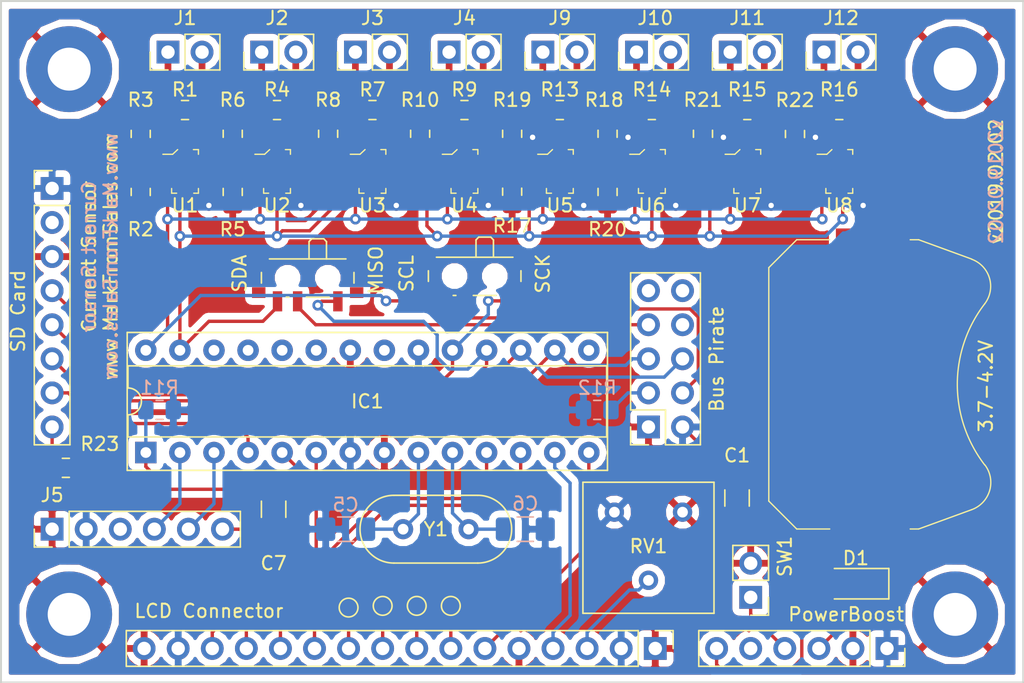
<source format=kicad_pcb>
(kicad_pcb (version 20171130) (host pcbnew "(5.0.2)-1")
  (title_block (title "Current Sensor") (date 2019-02-02) (rev 0.1) (company www.MarkFromSales.com) (comment 1 "Based on Adafruit INA219 Breakout"))
  (layers (0 F.Cu signal) (31 B.Cu signal) (34 B.Paste user) (35 F.Paste user) (36 B.SilkS user) (37 F.SilkS user) (38 B.Mask user) (39 F.Mask user) (44 Edge.Cuts user))
  (net 0 "")
  (net 1 GND)
  (net 2 "Net-(BT1-Pad1)")
  (net 3 +5V)
  (net 4 "Net-(C5-Pad1)")
  (net 5 "Net-(C6-Pad1)")
  (net 6 "Net-(C7-Pad1)")
  (net 7 "Net-(C7-Pad2)")
  (net 8 "Net-(D1-Pad2)")
  (net 9 "Net-(IC1-Pad2)")
  (net 10 /CS)
  (net 11 "Net-(IC1-Pad3)")
  (net 12 /MOSI)
  (net 13 /SD_CD)
  (net 14 /MISO)
  (net 15 /LCD_DB7)
  (net 16 /SCK)
  (net 17 /LCD_DB6)
  (net 18 /LCD_DB5)
  (net 19 /LCD_DB4)
  (net 20 /LCD_RS)
  (net 21 /SDA)
  (net 22 /LCD_EN)
  (net 23 /SCL)
  (net 24 "Net-(J1-Pad2)")
  (net 25 "Net-(J1-Pad1)")
  (net 26 "Net-(J2-Pad1)")
  (net 27 "Net-(J2-Pad2)")
  (net 28 "Net-(J3-Pad2)")
  (net 29 "Net-(J3-Pad1)")
  (net 30 "Net-(J4-Pad1)")
  (net 31 "Net-(J4-Pad2)")
  (net 32 "Net-(J6-Pad3)")
  (net 33 "Net-(J6-Pad7)")
  (net 34 "Net-(J6-Pad8)")
  (net 35 "Net-(J6-Pad9)")
  (net 36 "Net-(J6-Pad10)")
  (net 37 "Net-(J7-Pad4)")
  (net 38 "Net-(J8-Pad3)")
  (net 39 "Net-(J8-Pad4)")
  (net 40 "Net-(J8-Pad7)")
  (net 41 "Net-(J9-Pad2)")
  (net 42 "Net-(J9-Pad1)")
  (net 43 "Net-(J10-Pad1)")
  (net 44 "Net-(J10-Pad2)")
  (net 45 "Net-(J11-Pad1)")
  (net 46 "Net-(J11-Pad2)")
  (net 47 "Net-(J12-Pad2)")
  (net 48 "Net-(J12-Pad1)")
  (net 49 "Net-(J13-Pad8)")
  (net 50 "Net-(R2-Pad1)")
  (net 51 "Net-(R3-Pad1)")
  (net 52 "Net-(R6-Pad1)")
  (net 53 "Net-(R8-Pad1)")
  (net 54 "Net-(R10-Pad1)")
  (net 55 "Net-(R17-Pad1)")
  (module Battery:BatteryHolder_Keystone_3034_1x20mm (layer F.Cu) (at 166.37 79.375 90)
    (fp_text reference BT1 hide)
    (fp_text value "3.7-4.2V LiPo")
    (pad 2 smd rect (at 0 0 90) (size 3.96 3.96) (layers F.Cu F.Paste F.Mask) (net 1 GND))
    (pad 1 smd rect (at 10.985 0 90) (size 1.27 5.08) (layers F.Cu F.Paste F.Mask) (net 2 "Net-(BT1-Pad1)"))
    (pad 1 smd rect (at -10.985 0 90) (size 1.27 5.08) (layers F.Cu F.Paste F.Mask) (net 2 "Net-(BT1-Pad1)"))
  )
  (module Capacitor_SMD:C_1206_3216Metric_Pad1.42x1.75mm_HandSolder (layer F.Cu) (at 156.464 87.8475 270)
    (fp_text reference C1 (at -3.175 0) (layer F.SilkS))
    (fp_text value C)
    (pad 1 smd roundrect (at -1.4875 0 270) (size 1.425 1.75) (layers F.Cu F.Paste F.Mask) (roundrect_rratio 0.175439) (net 3 +5V))
    (pad 2 smd roundrect (at 1.4875 0 270) (size 1.425 1.75) (layers F.Cu F.Paste F.Mask) (roundrect_rratio 0.175439) (net 1 GND))
  )
  (module Capacitor_SMD:C_1206_3216Metric_Pad1.42x1.75mm_HandSolder (layer B.Cu) (at 127.2905 90.17 180)
    (fp_text reference C5 (at 0 1.82 180) (layer B.SilkS) (effects (justify mirror)))
    (fp_text value 22p)
    (pad 2 smd roundrect (at 1.4875 0 180) (size 1.425 1.75) (layers B.Cu B.Paste B.Mask) (roundrect_rratio 0.175439) (net 3 +5V))
    (pad 1 smd roundrect (at -1.4875 0 180) (size 1.425 1.75) (layers B.Cu B.Paste B.Mask) (roundrect_rratio 0.175439) (net 4 "Net-(C5-Pad1)"))
  )
  (module Capacitor_SMD:C_1206_3216Metric_Pad1.42x1.75mm_HandSolder (layer B.Cu) (at 140.6795 90.17)
    (fp_text reference C6 (at 0 -1.905) (layer B.SilkS) (effects (justify mirror)))
    (fp_text value 22p)
    (pad 2 smd roundrect (at 1.4875 0) (size 1.425 1.75) (layers B.Cu B.Paste B.Mask) (roundrect_rratio 0.175439) (net 3 +5V))
    (pad 1 smd roundrect (at -1.4875 0) (size 1.425 1.75) (layers B.Cu B.Paste B.Mask) (roundrect_rratio 0.175439) (net 5 "Net-(C6-Pad1)"))
  )
  (module Capacitor_SMD:C_1206_3216Metric_Pad1.42x1.75mm_HandSolder (layer F.Cu) (at 121.92 88.6825 90)
    (fp_text reference C7 (at -4.0275 0 180) (layer F.SilkS))
    (fp_text value 100n)
    (pad 1 smd roundrect (at -1.4875 0 90) (size 1.425 1.75) (layers F.Cu F.Paste F.Mask) (roundrect_rratio 0.175439) (net 6 "Net-(C7-Pad1)"))
    (pad 2 smd roundrect (at 1.4875 0 90) (size 1.425 1.75) (layers F.Cu F.Paste F.Mask) (roundrect_rratio 0.175439) (net 7 "Net-(C7-Pad2)"))
  )
  (module LED_SMD:LED_1206_3216Metric_Pad1.42x1.75mm_HandSolder (layer F.Cu) (at 165.3175 94.234 180)
    (fp_text reference D1 (at 0 1.905 180) (layer F.SilkS))
    (fp_text value LED)
    (pad 1 smd roundrect (at -1.4875 0 180) (size 1.425 1.75) (layers F.Cu F.Paste F.Mask) (roundrect_rratio 0.175439) (net 1 GND))
    (pad 2 smd roundrect (at 1.4875 0 180) (size 1.425 1.75) (layers F.Cu F.Paste F.Mask) (roundrect_rratio 0.175439) (net 8 "Net-(D1-Pad2)"))
  )
  (module MountingHole:MountingHole_3.2mm_M3_Pad (layer F.Cu) (at 106.68 55.88)
    (fp_text reference H1 hide)
    (fp_text value MountingHole_Pad)
    (pad 1 thru_hole circle (at 0 0) (size 6.4 6.4) (drill 3.2) (layers *.Cu *.Mask) (net 1 GND))
  )
  (module MountingHole:MountingHole_3.2mm_M3_Pad (layer F.Cu) (at 172.72 55.88)
    (fp_text reference H2 hide)
    (fp_text value MountingHole_Pad)
    (pad 1 thru_hole circle (at 0 0) (size 6.4 6.4) (drill 3.2) (layers *.Cu *.Mask) (net 1 GND))
  )
  (module MountingHole:MountingHole_3.2mm_M3_Pad (layer F.Cu) (at 106.68 96.52)
    (fp_text reference H3 hide)
    (fp_text value MountingHole_Pad)
    (pad 1 thru_hole circle (at 0 0) (size 6.4 6.4) (drill 3.2) (layers *.Cu *.Mask) (net 1 GND))
  )
  (module MountingHole:MountingHole_3.2mm_M3_Pad (layer F.Cu) (at 172.72 96.52)
    (fp_text reference H4 hide)
    (fp_text value MountingHole_Pad)
    (pad 1 thru_hole circle (at 0 0) (size 6.4 6.4) (drill 3.2) (layers *.Cu *.Mask) (net 1 GND))
  )
  (module Package_DIP:DIP-28_W7.62mm_Socket (layer F.Cu) (at 112.395 84.455 90)
    (fp_text reference IC1 (at 3.81 16.51 180) (layer F.SilkS))
    (fp_text value ATmega328)
    (pad 1 thru_hole rect (at 0 0 90) (size 1.6 1.6) (drill 0.8) (layers *.Cu *.Mask) (net 7 "Net-(C7-Pad2)"))
    (pad 15 thru_hole oval (at 7.62 33.02 90) (size 1.6 1.6) (drill 0.8) (layers *.Cu *.Mask))
    (pad 2 thru_hole oval (at 0 2.54 90) (size 1.6 1.6) (drill 0.8) (layers *.Cu *.Mask) (net 9 "Net-(IC1-Pad2)"))
    (pad 16 thru_hole oval (at 7.62 30.48 90) (size 1.6 1.6) (drill 0.8) (layers *.Cu *.Mask) (net 10 /CS))
    (pad 3 thru_hole oval (at 0 5.08 90) (size 1.6 1.6) (drill 0.8) (layers *.Cu *.Mask) (net 11 "Net-(IC1-Pad3)"))
    (pad 17 thru_hole oval (at 7.62 27.94 90) (size 1.6 1.6) (drill 0.8) (layers *.Cu *.Mask) (net 12 /MOSI))
    (pad 4 thru_hole oval (at 0 7.62 90) (size 1.6 1.6) (drill 0.8) (layers *.Cu *.Mask) (net 13 /SD_CD))
    (pad 18 thru_hole oval (at 7.62 25.4 90) (size 1.6 1.6) (drill 0.8) (layers *.Cu *.Mask) (net 14 /MISO))
    (pad 5 thru_hole oval (at 0 10.16 90) (size 1.6 1.6) (drill 0.8) (layers *.Cu *.Mask) (net 15 /LCD_DB7))
    (pad 19 thru_hole oval (at 7.62 22.86 90) (size 1.6 1.6) (drill 0.8) (layers *.Cu *.Mask) (net 16 /SCK))
    (pad 6 thru_hole oval (at 0 12.7 90) (size 1.6 1.6) (drill 0.8) (layers *.Cu *.Mask) (net 17 /LCD_DB6))
    (pad 20 thru_hole oval (at 7.62 20.32 90) (size 1.6 1.6) (drill 0.8) (layers *.Cu *.Mask) (net 3 +5V))
    (pad 7 thru_hole oval (at 0 15.24 90) (size 1.6 1.6) (drill 0.8) (layers *.Cu *.Mask) (net 3 +5V))
    (pad 21 thru_hole oval (at 7.62 17.78 90) (size 1.6 1.6) (drill 0.8) (layers *.Cu *.Mask))
    (pad 8 thru_hole oval (at 0 17.78 90) (size 1.6 1.6) (drill 0.8) (layers *.Cu *.Mask) (net 1 GND))
    (pad 22 thru_hole oval (at 7.62 15.24 90) (size 1.6 1.6) (drill 0.8) (layers *.Cu *.Mask) (net 1 GND))
    (pad 9 thru_hole oval (at 0 20.32 90) (size 1.6 1.6) (drill 0.8) (layers *.Cu *.Mask) (net 4 "Net-(C5-Pad1)"))
    (pad 23 thru_hole oval (at 7.62 12.7 90) (size 1.6 1.6) (drill 0.8) (layers *.Cu *.Mask))
    (pad 10 thru_hole oval (at 0 22.86 90) (size 1.6 1.6) (drill 0.8) (layers *.Cu *.Mask) (net 5 "Net-(C6-Pad1)"))
    (pad 24 thru_hole oval (at 7.62 10.16 90) (size 1.6 1.6) (drill 0.8) (layers *.Cu *.Mask))
    (pad 11 thru_hole oval (at 0 25.4 90) (size 1.6 1.6) (drill 0.8) (layers *.Cu *.Mask) (net 18 /LCD_DB5))
    (pad 25 thru_hole oval (at 7.62 7.62 90) (size 1.6 1.6) (drill 0.8) (layers *.Cu *.Mask))
    (pad 12 thru_hole oval (at 0 27.94 90) (size 1.6 1.6) (drill 0.8) (layers *.Cu *.Mask) (net 19 /LCD_DB4))
    (pad 26 thru_hole oval (at 7.62 5.08 90) (size 1.6 1.6) (drill 0.8) (layers *.Cu *.Mask))
    (pad 13 thru_hole oval (at 0 30.48 90) (size 1.6 1.6) (drill 0.8) (layers *.Cu *.Mask) (net 20 /LCD_RS))
    (pad 27 thru_hole oval (at 7.62 2.54 90) (size 1.6 1.6) (drill 0.8) (layers *.Cu *.Mask) (net 21 /SDA))
    (pad 14 thru_hole oval (at 0 33.02 90) (size 1.6 1.6) (drill 0.8) (layers *.Cu *.Mask) (net 22 /LCD_EN))
    (pad 28 thru_hole oval (at 7.62 0 90) (size 1.6 1.6) (drill 0.8) (layers *.Cu *.Mask) (net 23 /SCL))
  )
  (module Connector_PinHeader_2.54mm:PinHeader_1x02_P2.54mm_Vertical (layer F.Cu) (at 114.046 54.61 90)
    (fp_text reference J1 (at 2.54 1.27) (layer F.SilkS))
    (fp_text value Conn_DUT_A)
    (pad 2 thru_hole oval (at 0 2.54 90) (size 1.7 1.7) (drill 1) (layers *.Cu *.Mask) (net 24 "Net-(J1-Pad2)"))
    (pad 1 thru_hole rect (at 0 0 90) (size 1.7 1.7) (drill 1) (layers *.Cu *.Mask) (net 25 "Net-(J1-Pad1)"))
  )
  (module Connector_PinHeader_2.54mm:PinHeader_1x02_P2.54mm_Vertical (layer F.Cu) (at 121.031 54.61 90)
    (fp_text reference J2 (at 2.54 1.143 180) (layer F.SilkS))
    (fp_text value Conn_DUT_B)
    (pad 1 thru_hole rect (at 0 0 90) (size 1.7 1.7) (drill 1) (layers *.Cu *.Mask) (net 26 "Net-(J2-Pad1)"))
    (pad 2 thru_hole oval (at 0 2.54 90) (size 1.7 1.7) (drill 1) (layers *.Cu *.Mask) (net 27 "Net-(J2-Pad2)"))
  )
  (module Connector_PinHeader_2.54mm:PinHeader_1x02_P2.54mm_Vertical (layer F.Cu) (at 128.016 54.61 90)
    (fp_text reference J3 (at 2.54 1.27 180) (layer F.SilkS))
    (fp_text value Conn_DUT_C)
    (pad 2 thru_hole oval (at 0 2.54 90) (size 1.7 1.7) (drill 1) (layers *.Cu *.Mask) (net 28 "Net-(J3-Pad2)"))
    (pad 1 thru_hole rect (at 0 0 90) (size 1.7 1.7) (drill 1) (layers *.Cu *.Mask) (net 29 "Net-(J3-Pad1)"))
  )
  (module Connector_PinHeader_2.54mm:PinHeader_1x02_P2.54mm_Vertical (layer F.Cu) (at 135.001 54.61 90)
    (fp_text reference J4 (at 2.54 1.143 180) (layer F.SilkS))
    (fp_text value Conn_DUT_C)
    (pad 1 thru_hole rect (at 0 0 90) (size 1.7 1.7) (drill 1) (layers *.Cu *.Mask) (net 30 "Net-(J4-Pad1)"))
    (pad 2 thru_hole oval (at 0 2.54 90) (size 1.7 1.7) (drill 1) (layers *.Cu *.Mask) (net 31 "Net-(J4-Pad2)"))
  )
  (module Connector_PinHeader_2.54mm:PinHeader_1x06_P2.54mm_Vertical (layer F.Cu) (at 105.41 90.17 90)
    (fp_text reference J5 (at 2.54 0 180) (layer F.SilkS))
    (fp_text value Conn_FTDI)
    (pad 1 thru_hole rect (at 0 0 90) (size 1.7 1.7) (drill 1) (layers *.Cu *.Mask) (net 1 GND))
    (pad 2 thru_hole oval (at 0 2.54 90) (size 1.7 1.7) (drill 1) (layers *.Cu *.Mask) (net 3 +5V))
    (pad 3 thru_hole oval (at 0 5.08 90) (size 1.7 1.7) (drill 1) (layers *.Cu *.Mask))
    (pad 4 thru_hole oval (at 0 7.62 90) (size 1.7 1.7) (drill 1) (layers *.Cu *.Mask) (net 9 "Net-(IC1-Pad2)"))
    (pad 5 thru_hole oval (at 0 10.16 90) (size 1.7 1.7) (drill 1) (layers *.Cu *.Mask) (net 11 "Net-(IC1-Pad3)"))
    (pad 6 thru_hole oval (at 0 12.7 90) (size 1.7 1.7) (drill 1) (layers *.Cu *.Mask) (net 6 "Net-(C7-Pad1)"))
  )
  (module Connector_PinHeader_2.54mm:PinHeader_1x16_P2.54mm_Vertical (layer F.Cu) (at 150.368 99.06 270)
    (fp_text reference J6 hide)
    (fp_text value Conn_LCD)
    (pad 1 thru_hole rect (at 0 0 270) (size 1.7 1.7) (drill 1) (layers *.Cu *.Mask) (net 1 GND))
    (pad 2 thru_hole oval (at 0 2.54 270) (size 1.7 1.7) (drill 1) (layers *.Cu *.Mask) (net 3 +5V))
    (pad 3 thru_hole oval (at 0 5.08 270) (size 1.7 1.7) (drill 1) (layers *.Cu *.Mask) (net 32 "Net-(J6-Pad3)"))
    (pad 4 thru_hole oval (at 0 7.62 270) (size 1.7 1.7) (drill 1) (layers *.Cu *.Mask) (net 20 /LCD_RS))
    (pad 5 thru_hole oval (at 0 10.16 270) (size 1.7 1.7) (drill 1) (layers *.Cu *.Mask) (net 1 GND))
    (pad 6 thru_hole oval (at 0 12.7 270) (size 1.7 1.7) (drill 1) (layers *.Cu *.Mask) (net 22 /LCD_EN))
    (pad 7 thru_hole oval (at 0 15.24 270) (size 1.7 1.7) (drill 1) (layers *.Cu *.Mask) (net 33 "Net-(J6-Pad7)"))
    (pad 8 thru_hole oval (at 0 17.78 270) (size 1.7 1.7) (drill 1) (layers *.Cu *.Mask) (net 34 "Net-(J6-Pad8)"))
    (pad 9 thru_hole oval (at 0 20.32 270) (size 1.7 1.7) (drill 1) (layers *.Cu *.Mask) (net 35 "Net-(J6-Pad9)"))
    (pad 10 thru_hole oval (at 0 22.86 270) (size 1.7 1.7) (drill 1) (layers *.Cu *.Mask) (net 36 "Net-(J6-Pad10)"))
    (pad 11 thru_hole oval (at 0 25.4 270) (size 1.7 1.7) (drill 1) (layers *.Cu *.Mask) (net 19 /LCD_DB4))
    (pad 12 thru_hole oval (at 0 27.94 270) (size 1.7 1.7) (drill 1) (layers *.Cu *.Mask) (net 18 /LCD_DB5))
    (pad 13 thru_hole oval (at 0 30.48 270) (size 1.7 1.7) (drill 1) (layers *.Cu *.Mask) (net 17 /LCD_DB6))
    (pad 14 thru_hole oval (at 0 33.02 270) (size 1.7 1.7) (drill 1) (layers *.Cu *.Mask) (net 15 /LCD_DB7))
    (pad 15 thru_hole oval (at 0 35.56 270) (size 1.7 1.7) (drill 1) (layers *.Cu *.Mask) (net 3 +5V))
    (pad 16 thru_hole oval (at 0 38.1 270) (size 1.7 1.7) (drill 1) (layers *.Cu *.Mask) (net 1 GND))
  )
  (module Connector_PinSocket_2.54mm:PinSocket_1x06_P2.54mm_Vertical (layer F.Cu) (at 167.64 99.06 270)
    (fp_text reference J7 hide)
    (fp_text value Conn_PowerBoost)
    (pad 1 thru_hole rect (at 0 0 270) (size 1.7 1.7) (drill 1) (layers *.Cu *.Mask) (net 3 +5V))
    (pad 2 thru_hole oval (at 0 2.54 270) (size 1.7 1.7) (drill 1) (layers *.Cu *.Mask) (net 1 GND))
    (pad 3 thru_hole oval (at 0 5.08 270) (size 1.7 1.7) (drill 1) (layers *.Cu *.Mask) (net 8 "Net-(D1-Pad2)"))
    (pad 4 thru_hole oval (at 0 7.62 270) (size 1.7 1.7) (drill 1) (layers *.Cu *.Mask) (net 37 "Net-(J7-Pad4)"))
    (pad 5 thru_hole oval (at 0 10.16 270) (size 1.7 1.7) (drill 1) (layers *.Cu *.Mask) (net 1 GND))
    (pad 6 thru_hole oval (at 0 12.7 270) (size 1.7 1.7) (drill 1) (layers *.Cu *.Mask) (net 2 "Net-(BT1-Pad1)"))
  )
  (module Connector_PinHeader_2.54mm:PinHeader_1x02_P2.54mm_Vertical (layer F.Cu) (at 141.986 54.61 90)
    (fp_text reference J9 (at 2.54 1.27 180) (layer F.SilkS))
    (fp_text value Conn_DUT_E)
    (pad 2 thru_hole oval (at 0 2.54 90) (size 1.7 1.7) (drill 1) (layers *.Cu *.Mask) (net 41 "Net-(J9-Pad2)"))
    (pad 1 thru_hole rect (at 0 0 90) (size 1.7 1.7) (drill 1) (layers *.Cu *.Mask) (net 42 "Net-(J9-Pad1)"))
  )
  (module Connector_PinHeader_2.54mm:PinHeader_1x02_P2.54mm_Vertical (layer F.Cu) (at 148.971 54.61 90)
    (fp_text reference J10 (at 2.54 1.397 180) (layer F.SilkS))
    (fp_text value Conn_DUT_F)
    (pad 1 thru_hole rect (at 0 0 90) (size 1.7 1.7) (drill 1) (layers *.Cu *.Mask) (net 43 "Net-(J10-Pad1)"))
    (pad 2 thru_hole oval (at 0 2.54 90) (size 1.7 1.7) (drill 1) (layers *.Cu *.Mask) (net 44 "Net-(J10-Pad2)"))
  )
  (module Connector_PinHeader_2.54mm:PinHeader_1x02_P2.54mm_Vertical (layer F.Cu) (at 155.956 54.61 90)
    (fp_text reference J11 (at 2.54 1.27 180) (layer F.SilkS))
    (fp_text value Conn_DUT_G)
    (pad 1 thru_hole rect (at 0 0 90) (size 1.7 1.7) (drill 1) (layers *.Cu *.Mask) (net 45 "Net-(J11-Pad1)"))
    (pad 2 thru_hole oval (at 0 2.54 90) (size 1.7 1.7) (drill 1) (layers *.Cu *.Mask) (net 46 "Net-(J11-Pad2)"))
  )
  (module Connector_PinHeader_2.54mm:PinHeader_1x02_P2.54mm_Vertical (layer F.Cu) (at 162.941 54.61 90)
    (fp_text reference J12 (at 2.54 1.27 180) (layer F.SilkS))
    (fp_text value Conn_DUT_H)
    (pad 2 thru_hole oval (at 0 2.54 90) (size 1.7 1.7) (drill 1) (layers *.Cu *.Mask) (net 47 "Net-(J12-Pad2)"))
    (pad 1 thru_hole rect (at 0 0 90) (size 1.7 1.7) (drill 1) (layers *.Cu *.Mask) (net 48 "Net-(J12-Pad1)"))
  )
  (module Connector_PinHeader_2.54mm:PinHeader_1x08_P2.54mm_Vertical (layer F.Cu) (at 105.41 64.77)
    (fp_text reference J13 hide)
    (fp_text value Conn_SD_Breakout)
    (pad 1 thru_hole rect (at 0 0) (size 1.7 1.7) (drill 1) (layers *.Cu *.Mask) (net 3 +5V))
    (pad 2 thru_hole oval (at 0 2.54) (size 1.7 1.7) (drill 1) (layers *.Cu *.Mask))
    (pad 3 thru_hole oval (at 0 5.08) (size 1.7 1.7) (drill 1) (layers *.Cu *.Mask) (net 1 GND))
    (pad 4 thru_hole oval (at 0 7.62) (size 1.7 1.7) (drill 1) (layers *.Cu *.Mask) (net 16 /SCK))
    (pad 5 thru_hole oval (at 0 10.16) (size 1.7 1.7) (drill 1) (layers *.Cu *.Mask) (net 14 /MISO))
    (pad 6 thru_hole oval (at 0 12.7) (size 1.7 1.7) (drill 1) (layers *.Cu *.Mask) (net 12 /MOSI))
    (pad 7 thru_hole oval (at 0 15.24) (size 1.7 1.7) (drill 1) (layers *.Cu *.Mask) (net 10 /CS))
    (pad 8 thru_hole oval (at 0 17.78) (size 1.7 1.7) (drill 1) (layers *.Cu *.Mask) (net 49 "Net-(J13-Pad8)"))
  )
  (module Resistor_SMD:R_0805_2012Metric_Pad1.15x1.40mm_HandSolder (layer F.Cu) (at 115.316 58.928 180)
    (fp_text reference R1 (at 0 1.524 180) (layer F.SilkS))
    (fp_text value 10K)
    (pad 1 smd roundrect (at -1.025 0 180) (size 1.15 1.4) (layers F.Cu F.Paste F.Mask) (roundrect_rratio 0.217391) (net 24 "Net-(J1-Pad2)"))
    (pad 2 smd roundrect (at 1.025 0 180) (size 1.15 1.4) (layers F.Cu F.Paste F.Mask) (roundrect_rratio 0.217391) (net 25 "Net-(J1-Pad1)"))
  )
  (module Resistor_SMD:R_0805_2012Metric_Pad1.15x1.40mm_HandSolder (layer F.Cu) (at 112.014 65.033 270)
    (fp_text reference R2 (at 2.785 0) (layer F.SilkS))
    (fp_text value 10K)
    (pad 2 smd roundrect (at 1.025 0 270) (size 1.15 1.4) (layers F.Cu F.Paste F.Mask) (roundrect_rratio 0.217391) (net 1 GND))
    (pad 1 smd roundrect (at -1.025 0 270) (size 1.15 1.4) (layers F.Cu F.Paste F.Mask) (roundrect_rratio 0.217391) (net 50 "Net-(R2-Pad1)"))
  )
  (module Resistor_SMD:R_0805_2012Metric_Pad1.15x1.40mm_HandSolder (layer F.Cu) (at 112.014 60.706 90)
    (fp_text reference R3 (at 2.54 0 180) (layer F.SilkS))
    (fp_text value 10K)
    (pad 1 smd roundrect (at -1.025 0 90) (size 1.15 1.4) (layers F.Cu F.Paste F.Mask) (roundrect_rratio 0.217391) (net 51 "Net-(R3-Pad1)"))
    (pad 2 smd roundrect (at 1.025 0 90) (size 1.15 1.4) (layers F.Cu F.Paste F.Mask) (roundrect_rratio 0.217391) (net 1 GND))
  )
  (module Resistor_SMD:R_0805_2012Metric_Pad1.15x1.40mm_HandSolder (layer F.Cu) (at 122.174 58.928 180)
    (fp_text reference R4 (at 0 1.524 180) (layer F.SilkS))
    (fp_text value 10K)
    (pad 1 smd roundrect (at -1.025 0 180) (size 1.15 1.4) (layers F.Cu F.Paste F.Mask) (roundrect_rratio 0.217391) (net 27 "Net-(J2-Pad2)"))
    (pad 2 smd roundrect (at 1.025 0 180) (size 1.15 1.4) (layers F.Cu F.Paste F.Mask) (roundrect_rratio 0.217391) (net 26 "Net-(J2-Pad1)"))
  )
  (module Resistor_SMD:R_0805_2012Metric_Pad1.15x1.40mm_HandSolder (layer F.Cu) (at 118.872 65.033 270)
    (fp_text reference R5 (at 2.785 0) (layer F.SilkS))
    (fp_text value 10K)
    (pad 1 smd roundrect (at -1.025 0 270) (size 1.15 1.4) (layers F.Cu F.Paste F.Mask) (roundrect_rratio 0.217391) (net 3 +5V))
    (pad 2 smd roundrect (at 1.025 0 270) (size 1.15 1.4) (layers F.Cu F.Paste F.Mask) (roundrect_rratio 0.217391) (net 1 GND))
  )
  (module Resistor_SMD:R_0805_2012Metric_Pad1.15x1.40mm_HandSolder (layer F.Cu) (at 118.872 60.697 90)
    (fp_text reference R6 (at 2.531 0 180) (layer F.SilkS))
    (fp_text value 10K)
    (pad 2 smd roundrect (at 1.025 0 90) (size 1.15 1.4) (layers F.Cu F.Paste F.Mask) (roundrect_rratio 0.217391) (net 1 GND))
    (pad 1 smd roundrect (at -1.025 0 90) (size 1.15 1.4) (layers F.Cu F.Paste F.Mask) (roundrect_rratio 0.217391) (net 52 "Net-(R6-Pad1)"))
  )
  (module Resistor_SMD:R_0805_2012Metric_Pad1.15x1.40mm_HandSolder (layer F.Cu) (at 129.286 58.928 180)
    (fp_text reference R7 (at 0 1.524 180) (layer F.SilkS))
    (fp_text value 10K)
    (pad 1 smd roundrect (at -1.025 0 180) (size 1.15 1.4) (layers F.Cu F.Paste F.Mask) (roundrect_rratio 0.217391) (net 28 "Net-(J3-Pad2)"))
    (pad 2 smd roundrect (at 1.025 0 180) (size 1.15 1.4) (layers F.Cu F.Paste F.Mask) (roundrect_rratio 0.217391) (net 29 "Net-(J3-Pad1)"))
  )
  (module Resistor_SMD:R_0805_2012Metric_Pad1.15x1.40mm_HandSolder (layer F.Cu) (at 125.984 60.697 90)
    (fp_text reference R8 (at 2.531 0 180) (layer F.SilkS))
    (fp_text value 10K)
    (pad 2 smd roundrect (at 1.025 0 90) (size 1.15 1.4) (layers F.Cu F.Paste F.Mask) (roundrect_rratio 0.217391) (net 1 GND))
    (pad 1 smd roundrect (at -1.025 0 90) (size 1.15 1.4) (layers F.Cu F.Paste F.Mask) (roundrect_rratio 0.217391) (net 53 "Net-(R8-Pad1)"))
  )
  (module Resistor_SMD:R_0805_2012Metric_Pad1.15x1.40mm_HandSolder (layer F.Cu) (at 136.144 58.928 180)
    (fp_text reference R9 (at 0 1.524 180) (layer F.SilkS))
    (fp_text value 10K)
    (pad 2 smd roundrect (at 1.025 0 180) (size 1.15 1.4) (layers F.Cu F.Paste F.Mask) (roundrect_rratio 0.217391) (net 30 "Net-(J4-Pad1)"))
    (pad 1 smd roundrect (at -1.025 0 180) (size 1.15 1.4) (layers F.Cu F.Paste F.Mask) (roundrect_rratio 0.217391) (net 31 "Net-(J4-Pad2)"))
  )
  (module Resistor_SMD:R_0805_2012Metric_Pad1.15x1.40mm_HandSolder (layer F.Cu) (at 132.842 60.697 90)
    (fp_text reference R10 (at 2.531 0 180) (layer F.SilkS))
    (fp_text value 10K)
    (pad 1 smd roundrect (at -1.025 0 90) (size 1.15 1.4) (layers F.Cu F.Paste F.Mask) (roundrect_rratio 0.217391) (net 54 "Net-(R10-Pad1)"))
    (pad 2 smd roundrect (at 1.025 0 90) (size 1.15 1.4) (layers F.Cu F.Paste F.Mask) (roundrect_rratio 0.217391) (net 1 GND))
  )
  (module Resistor_SMD:R_0805_2012Metric_Pad1.15x1.40mm_HandSolder (layer B.Cu) (at 113.42 81.28)
    (fp_text reference R11 (at -0.009 -1.651) (layer B.SilkS) (effects (justify mirror)))
    (fp_text value 10K)
    (pad 1 smd roundrect (at -1.025 0) (size 1.15 1.4) (layers B.Cu B.Paste B.Mask) (roundrect_rratio 0.217391) (net 7 "Net-(C7-Pad2)"))
    (pad 2 smd roundrect (at 1.025 0) (size 1.15 1.4) (layers B.Cu B.Paste B.Mask) (roundrect_rratio 0.217391) (net 3 +5V))
  )
  (module Resistor_SMD:R_0805_2012Metric_Pad1.15x1.40mm_HandSolder (layer B.Cu) (at 146.041 81.28 180)
    (fp_text reference R12 (at 0 1.65 180) (layer B.SilkS) (effects (justify mirror)))
    (fp_text value 0)
    (pad 1 smd roundrect (at -1.025 0 180) (size 1.15 1.4) (layers B.Cu B.Paste B.Mask) (roundrect_rratio 0.217391) (net 38 "Net-(J8-Pad3)"))
    (pad 2 smd roundrect (at 1.025 0 180) (size 1.15 1.4) (layers B.Cu B.Paste B.Mask) (roundrect_rratio 0.217391) (net 3 +5V))
  )
  (module Resistor_SMD:R_0805_2012Metric_Pad1.15x1.40mm_HandSolder (layer F.Cu) (at 143.256 58.928 180)
    (fp_text reference R13 (at 0 1.524 180) (layer F.SilkS))
    (fp_text value 10K)
    (pad 2 smd roundrect (at 1.025 0 180) (size 1.15 1.4) (layers F.Cu F.Paste F.Mask) (roundrect_rratio 0.217391) (net 42 "Net-(J9-Pad1)"))
    (pad 1 smd roundrect (at -1.025 0 180) (size 1.15 1.4) (layers F.Cu F.Paste F.Mask) (roundrect_rratio 0.217391) (net 41 "Net-(J9-Pad2)"))
  )
  (module Resistor_SMD:R_0805_2012Metric_Pad1.15x1.40mm_HandSolder (layer F.Cu) (at 150.114 58.928 180)
    (fp_text reference R14 (at 0 1.524 180) (layer F.SilkS))
    (fp_text value 10K)
    (pad 1 smd roundrect (at -1.025 0 180) (size 1.15 1.4) (layers F.Cu F.Paste F.Mask) (roundrect_rratio 0.217391) (net 44 "Net-(J10-Pad2)"))
    (pad 2 smd roundrect (at 1.025 0 180) (size 1.15 1.4) (layers F.Cu F.Paste F.Mask) (roundrect_rratio 0.217391) (net 43 "Net-(J10-Pad1)"))
  )
  (module Resistor_SMD:R_0805_2012Metric_Pad1.15x1.40mm_HandSolder (layer F.Cu) (at 157.226 58.928 180)
    (fp_text reference R15 (at 0 1.524 180) (layer F.SilkS))
    (fp_text value 10K)
    (pad 1 smd roundrect (at -1.025 0 180) (size 1.15 1.4) (layers F.Cu F.Paste F.Mask) (roundrect_rratio 0.217391) (net 46 "Net-(J11-Pad2)"))
    (pad 2 smd roundrect (at 1.025 0 180) (size 1.15 1.4) (layers F.Cu F.Paste F.Mask) (roundrect_rratio 0.217391) (net 45 "Net-(J11-Pad1)"))
  )
  (module Resistor_SMD:R_0805_2012Metric_Pad1.15x1.40mm_HandSolder (layer F.Cu) (at 164.084 58.928 180)
    (fp_text reference R16 (at 0 1.524 180) (layer F.SilkS))
    (fp_text value 10K)
    (pad 2 smd roundrect (at 1.025 0 180) (size 1.15 1.4) (layers F.Cu F.Paste F.Mask) (roundrect_rratio 0.217391) (net 48 "Net-(J12-Pad1)"))
    (pad 1 smd roundrect (at -1.025 0 180) (size 1.15 1.4) (layers F.Cu F.Paste F.Mask) (roundrect_rratio 0.217391) (net 47 "Net-(J12-Pad2)"))
  )
  (module Resistor_SMD:R_0805_2012Metric_Pad1.15x1.40mm_HandSolder (layer F.Cu) (at 139.7 65.015 270)
    (fp_text reference R17 (at 2.531 0) (layer F.SilkS))
    (fp_text value 10K)
    (pad 1 smd roundrect (at -1.025 0 270) (size 1.15 1.4) (layers F.Cu F.Paste F.Mask) (roundrect_rratio 0.217391) (net 55 "Net-(R17-Pad1)"))
    (pad 2 smd roundrect (at 1.025 0 270) (size 1.15 1.4) (layers F.Cu F.Paste F.Mask) (roundrect_rratio 0.217391) (net 1 GND))
  )
  (module Resistor_SMD:R_0805_2012Metric_Pad1.15x1.40mm_HandSolder (layer F.Cu) (at 146.812 60.697 90)
    (fp_text reference R18 (at 2.531 -0.254 180) (layer F.SilkS))
    (fp_text value 10K)
    (pad 2 smd roundrect (at 1.025 0 90) (size 1.15 1.4) (layers F.Cu F.Paste F.Mask) (roundrect_rratio 0.217391) (net 1 GND))
    (pad 1 smd roundrect (at -1.025 0 90) (size 1.15 1.4) (layers F.Cu F.Paste F.Mask) (roundrect_rratio 0.217391) (net 3 +5V))
  )
  (module Resistor_SMD:R_0805_2012Metric_Pad1.15x1.40mm_HandSolder (layer F.Cu) (at 139.7 60.697 90)
    (fp_text reference R19 (at 2.531 0 180) (layer F.SilkS))
    (fp_text value 10K)
    (pad 2 smd roundrect (at 1.025 0 90) (size 1.15 1.4) (layers F.Cu F.Paste F.Mask) (roundrect_rratio 0.217391) (net 1 GND))
    (pad 1 smd roundrect (at -1.025 0 90) (size 1.15 1.4) (layers F.Cu F.Paste F.Mask) (roundrect_rratio 0.217391) (net 3 +5V))
  )
  (module Resistor_SMD:R_0805_2012Metric_Pad1.15x1.40mm_HandSolder (layer F.Cu) (at 146.812 65.033 270)
    (fp_text reference R20 (at 2.785 0) (layer F.SilkS))
    (fp_text value 10K)
    (pad 2 smd roundrect (at 1.025 0 270) (size 1.15 1.4) (layers F.Cu F.Paste F.Mask) (roundrect_rratio 0.217391) (net 1 GND))
    (pad 1 smd roundrect (at -1.025 0 270) (size 1.15 1.4) (layers F.Cu F.Paste F.Mask) (roundrect_rratio 0.217391) (net 3 +5V))
  )
  (module Resistor_SMD:R_0805_2012Metric_Pad1.15x1.40mm_HandSolder (layer F.Cu) (at 153.924 60.697 90)
    (fp_text reference R21 (at 2.531 0 180) (layer F.SilkS))
    (fp_text value 10K)
    (pad 1 smd roundrect (at -1.025 0 90) (size 1.15 1.4) (layers F.Cu F.Paste F.Mask) (roundrect_rratio 0.217391) (net 3 +5V))
    (pad 2 smd roundrect (at 1.025 0 90) (size 1.15 1.4) (layers F.Cu F.Paste F.Mask) (roundrect_rratio 0.217391) (net 1 GND))
  )
  (module Resistor_SMD:R_0805_2012Metric_Pad1.15x1.40mm_HandSolder (layer F.Cu) (at 160.782 60.715 90)
    (fp_text reference R22 (at 2.531 0 180) (layer F.SilkS))
    (fp_text value 10K)
    (pad 2 smd roundrect (at 1.025 0 90) (size 1.15 1.4) (layers F.Cu F.Paste F.Mask) (roundrect_rratio 0.217391) (net 1 GND))
    (pad 1 smd roundrect (at -1.025 0 90) (size 1.15 1.4) (layers F.Cu F.Paste F.Mask) (roundrect_rratio 0.217391) (net 3 +5V))
  )
  (module Resistor_SMD:R_0805_2012Metric_Pad1.15x1.40mm_HandSolder (layer F.Cu) (at 106.435 85.598 180)
    (fp_text reference R23 (at -2.531 1.778) (layer F.SilkS))
    (fp_text value R)
    (pad 1 smd roundrect (at -1.025 0 180) (size 1.15 1.4) (layers F.Cu F.Paste F.Mask) (roundrect_rratio 0.217391) (net 13 /SD_CD))
    (pad 2 smd roundrect (at 1.025 0 180) (size 1.15 1.4) (layers F.Cu F.Paste F.Mask) (roundrect_rratio 0.217391) (net 49 "Net-(J13-Pad8)"))
  )
  (module Potentiometer_THT:Potentiometer_Bourns_3386F_Vertical (layer F.Cu) (at 147.32 88.9 270)
    (fp_text reference RV1 (at 2.54 -2.54) (layer F.SilkS))
    (fp_text value R_POT)
    (pad 3 thru_hole circle (at 0 -5.08 270) (size 1.44 1.44) (drill 0.8) (layers *.Cu *.Mask) (net 1 GND))
    (pad 2 thru_hole circle (at 5.08 -2.54 270) (size 1.44 1.44) (drill 0.8) (layers *.Cu *.Mask) (net 32 "Net-(J6-Pad3)"))
    (pad 1 thru_hole circle (at 0 0 270) (size 1.44 1.44) (drill 0.8) (layers *.Cu *.Mask) (net 3 +5V))
  )
  (module Connector_PinHeader_2.54mm:PinHeader_1x02_P2.54mm_Vertical (layer F.Cu) (at 157.48 95.25 180)
    (fp_text reference SW1 (at -2.54 3.048 270) (layer F.SilkS))
    (fp_text value SPST)
    (pad 1 thru_hole rect (at 0 0 180) (size 1.7 1.7) (drill 1) (layers *.Cu *.Mask) (net 37 "Net-(J7-Pad4)"))
    (pad 2 thru_hole oval (at 0 2.54 180) (size 1.7 1.7) (drill 1) (layers *.Cu *.Mask) (net 1 GND))
  )
  (module Button_Switch_SMD:SW_SPDT_PCM12 (layer F.Cu) (at 136.906 71.628 180)
    (fp_text reference SW2 hide)
    (fp_text value SPDT)
    (pad "" np_thru_hole circle (at -1.5 0.33 180) (size 0.9 0.9) (drill 0.9) (layers *.Cu *.Mask))
    (pad "" np_thru_hole circle (at 1.5 0.33 180) (size 0.9 0.9) (drill 0.9) (layers *.Cu *.Mask))
    (pad 1 smd rect (at -2.25 -1.43 180) (size 0.7 1.5) (layers F.Cu F.Paste F.Mask) (net 16 /SCK))
    (pad 2 smd rect (at 0.75 -1.43 180) (size 0.7 1.5) (layers F.Cu F.Paste F.Mask) (net 39 "Net-(J8-Pad4)"))
    (pad 3 smd rect (at 2.25 -1.43 180) (size 0.7 1.5) (layers F.Cu F.Paste F.Mask) (net 23 /SCL))
    (pad "" smd rect (at -3.65 1.43 180) (size 1 0.8) (layers F.Cu F.Paste F.Mask))
    (pad "" smd rect (at 3.65 1.43 180) (size 1 0.8) (layers F.Cu F.Paste F.Mask))
    (pad "" smd rect (at 3.65 -0.78 180) (size 1 0.8) (layers F.Cu F.Paste F.Mask))
    (pad "" smd rect (at -3.65 -0.78 180) (size 1 0.8) (layers F.Cu F.Paste F.Mask))
  )
  (module Button_Switch_SMD:SW_SPDT_PCM12 (layer F.Cu) (at 124.46 71.755 180)
    (fp_text reference SW3 hide)
    (fp_text value SPDT)
    (pad "" smd rect (at -3.65 -0.78 180) (size 1 0.8) (layers F.Cu F.Paste F.Mask))
    (pad "" smd rect (at 3.65 -0.78 180) (size 1 0.8) (layers F.Cu F.Paste F.Mask))
    (pad "" smd rect (at 3.65 1.43 180) (size 1 0.8) (layers F.Cu F.Paste F.Mask))
    (pad "" smd rect (at -3.65 1.43 180) (size 1 0.8) (layers F.Cu F.Paste F.Mask))
    (pad 3 smd rect (at 2.25 -1.43 180) (size 0.7 1.5) (layers F.Cu F.Paste F.Mask) (net 21 /SDA))
    (pad 2 smd rect (at 0.75 -1.43 180) (size 0.7 1.5) (layers F.Cu F.Paste F.Mask) (net 40 "Net-(J8-Pad7)"))
    (pad 1 smd rect (at -2.25 -1.43 180) (size 0.7 1.5) (layers F.Cu F.Paste F.Mask) (net 14 /MISO))
    (pad "" np_thru_hole circle (at 1.5 0.33 180) (size 0.9 0.9) (drill 0.9) (layers *.Cu *.Mask))
    (pad "" np_thru_hole circle (at -1.5 0.33 180) (size 0.9 0.9) (drill 0.9) (layers *.Cu *.Mask))
  )
  (module TestPoint:TestPoint_Pad_D1.0mm (layer F.Cu) (at 135.128 95.885)
    (fp_text reference TP_DB0 hide)
    (fp_text value TestPoint)
    (pad 1 smd circle (at 0 0) (size 1 1) (layers F.Cu F.Mask) (net 33 "Net-(J6-Pad7)"))
  )
  (module TestPoint:TestPoint_Pad_D1.0mm (layer F.Cu) (at 132.588 95.885)
    (fp_text reference TP_DB1 hide)
    (fp_text value TestPoint)
    (pad 1 smd circle (at 0 0) (size 1 1) (layers F.Cu F.Mask) (net 34 "Net-(J6-Pad8)"))
  )
  (module TestPoint:TestPoint_Pad_D1.0mm (layer F.Cu) (at 130.048 95.885)
    (fp_text reference TP_DB2 hide)
    (fp_text value TestPoint)
    (pad 1 smd circle (at 0 0) (size 1 1) (layers F.Cu F.Mask) (net 35 "Net-(J6-Pad9)"))
  )
  (module TestPoint:TestPoint_Pad_D1.0mm (layer F.Cu) (at 127.508 96.012)
    (fp_text reference TP_DB3 hide)
    (fp_text value TestPoint)
    (pad 1 smd circle (at 0 0) (size 1 1) (layers F.Cu F.Mask) (net 36 "Net-(J6-Pad10)"))
  )
  (module digikey-footprints:SOT-23-8 (layer F.Cu) (at 115.316 63.5 270)
    (fp_text reference U1 (at 2.54 0) (layer F.SilkS))
    (fp_text value INA219AIDCNR)
    (pad 8 smd rect (at -0.975 1.3 270) (size 0.45 1.1) (layers F.Cu F.Paste F.Mask) (net 51 "Net-(R3-Pad1)"))
    (pad 7 smd rect (at -0.325 1.3 270) (size 0.45 1.1) (layers F.Cu F.Paste F.Mask) (net 50 "Net-(R2-Pad1)"))
    (pad 6 smd rect (at 0.325 1.3 270) (size 0.45 1.1) (layers F.Cu F.Paste F.Mask) (net 21 /SDA))
    (pad 5 smd rect (at 0.975 1.3 270) (size 0.45 1.1) (layers F.Cu F.Paste F.Mask) (net 23 /SCL))
    (pad 4 smd rect (at 0.975 -1.3 270) (size 0.45 1.1) (layers F.Cu F.Paste F.Mask) (net 3 +5V))
    (pad 3 smd rect (at 0.325 -1.3 270) (size 0.45 1.1) (layers F.Cu F.Paste F.Mask) (net 1 GND))
    (pad 2 smd rect (at -0.325 -1.3 270) (size 0.45 1.1) (layers F.Cu F.Paste F.Mask) (net 25 "Net-(J1-Pad1)"))
    (pad 1 smd rect (at -0.975 -1.3 270) (size 0.45 1.1) (layers F.Cu F.Paste F.Mask) (net 24 "Net-(J1-Pad2)"))
  )
  (module digikey-footprints:SOT-23-8 (layer F.Cu) (at 122.174 63.5 270)
    (fp_text reference U2 (at 2.54 0) (layer F.SilkS))
    (fp_text value INA219AIDCNR)
    (pad 1 smd rect (at -0.975 -1.3 270) (size 0.45 1.1) (layers F.Cu F.Paste F.Mask) (net 27 "Net-(J2-Pad2)"))
    (pad 2 smd rect (at -0.325 -1.3 270) (size 0.45 1.1) (layers F.Cu F.Paste F.Mask) (net 26 "Net-(J2-Pad1)"))
    (pad 3 smd rect (at 0.325 -1.3 270) (size 0.45 1.1) (layers F.Cu F.Paste F.Mask) (net 1 GND))
    (pad 4 smd rect (at 0.975 -1.3 270) (size 0.45 1.1) (layers F.Cu F.Paste F.Mask) (net 3 +5V))
    (pad 5 smd rect (at 0.975 1.3 270) (size 0.45 1.1) (layers F.Cu F.Paste F.Mask) (net 23 /SCL))
    (pad 6 smd rect (at 0.325 1.3 270) (size 0.45 1.1) (layers F.Cu F.Paste F.Mask) (net 21 /SDA))
    (pad 7 smd rect (at -0.325 1.3 270) (size 0.45 1.1) (layers F.Cu F.Paste F.Mask) (net 3 +5V))
    (pad 8 smd rect (at -0.975 1.3 270) (size 0.45 1.1) (layers F.Cu F.Paste F.Mask) (net 52 "Net-(R6-Pad1)"))
  )
  (module digikey-footprints:SOT-23-8 (layer F.Cu) (at 129.286 63.5 270)
    (fp_text reference U3 (at 2.54 0) (layer F.SilkS))
    (fp_text value INA219AIDCNR)
    (pad 1 smd rect (at -0.975 -1.3 270) (size 0.45 1.1) (layers F.Cu F.Paste F.Mask) (net 28 "Net-(J3-Pad2)"))
    (pad 2 smd rect (at -0.325 -1.3 270) (size 0.45 1.1) (layers F.Cu F.Paste F.Mask) (net 29 "Net-(J3-Pad1)"))
    (pad 3 smd rect (at 0.325 -1.3 270) (size 0.45 1.1) (layers F.Cu F.Paste F.Mask) (net 1 GND))
    (pad 4 smd rect (at 0.975 -1.3 270) (size 0.45 1.1) (layers F.Cu F.Paste F.Mask) (net 3 +5V))
    (pad 5 smd rect (at 0.975 1.3 270) (size 0.45 1.1) (layers F.Cu F.Paste F.Mask) (net 23 /SCL))
    (pad 6 smd rect (at 0.325 1.3 270) (size 0.45 1.1) (layers F.Cu F.Paste F.Mask) (net 21 /SDA))
    (pad 7 smd rect (at -0.325 1.3 270) (size 0.45 1.1) (layers F.Cu F.Paste F.Mask) (net 21 /SDA))
    (pad 8 smd rect (at -0.975 1.3 270) (size 0.45 1.1) (layers F.Cu F.Paste F.Mask) (net 53 "Net-(R8-Pad1)"))
  )
  (module digikey-footprints:SOT-23-8 (layer F.Cu) (at 136.144 63.5 270)
    (fp_text reference U4 (at 2.54 0) (layer F.SilkS))
    (fp_text value INA219AIDCNR)
    (pad 8 smd rect (at -0.975 1.3 270) (size 0.45 1.1) (layers F.Cu F.Paste F.Mask) (net 54 "Net-(R10-Pad1)"))
    (pad 7 smd rect (at -0.325 1.3 270) (size 0.45 1.1) (layers F.Cu F.Paste F.Mask) (net 23 /SCL))
    (pad 6 smd rect (at 0.325 1.3 270) (size 0.45 1.1) (layers F.Cu F.Paste F.Mask) (net 21 /SDA))
    (pad 5 smd rect (at 0.975 1.3 270) (size 0.45 1.1) (layers F.Cu F.Paste F.Mask) (net 23 /SCL))
    (pad 4 smd rect (at 0.975 -1.3 270) (size 0.45 1.1) (layers F.Cu F.Paste F.Mask) (net 3 +5V))
    (pad 3 smd rect (at 0.325 -1.3 270) (size 0.45 1.1) (layers F.Cu F.Paste F.Mask) (net 1 GND))
    (pad 2 smd rect (at -0.325 -1.3 270) (size 0.45 1.1) (layers F.Cu F.Paste F.Mask) (net 30 "Net-(J4-Pad1)"))
    (pad 1 smd rect (at -0.975 -1.3 270) (size 0.45 1.1) (layers F.Cu F.Paste F.Mask) (net 31 "Net-(J4-Pad2)"))
  )
  (module digikey-footprints:SOT-23-8 (layer F.Cu) (at 143.256 63.5 270)
    (fp_text reference U5 (at 2.54 0) (layer F.SilkS))
    (fp_text value INA219AIDCNR)
    (pad 1 smd rect (at -0.975 -1.3 270) (size 0.45 1.1) (layers F.Cu F.Paste F.Mask) (net 41 "Net-(J9-Pad2)"))
    (pad 2 smd rect (at -0.325 -1.3 270) (size 0.45 1.1) (layers F.Cu F.Paste F.Mask) (net 42 "Net-(J9-Pad1)"))
    (pad 3 smd rect (at 0.325 -1.3 270) (size 0.45 1.1) (layers F.Cu F.Paste F.Mask) (net 1 GND))
    (pad 4 smd rect (at 0.975 -1.3 270) (size 0.45 1.1) (layers F.Cu F.Paste F.Mask) (net 3 +5V))
    (pad 5 smd rect (at 0.975 1.3 270) (size 0.45 1.1) (layers F.Cu F.Paste F.Mask) (net 23 /SCL))
    (pad 6 smd rect (at 0.325 1.3 270) (size 0.45 1.1) (layers F.Cu F.Paste F.Mask) (net 21 /SDA))
    (pad 7 smd rect (at -0.325 1.3 270) (size 0.45 1.1) (layers F.Cu F.Paste F.Mask) (net 55 "Net-(R17-Pad1)"))
    (pad 8 smd rect (at -0.975 1.3 270) (size 0.45 1.1) (layers F.Cu F.Paste F.Mask) (net 3 +5V))
  )
  (module digikey-footprints:SOT-23-8 (layer F.Cu) (at 150.114 63.5 270)
    (fp_text reference U6 (at 2.54 0) (layer F.SilkS))
    (fp_text value INA219AIDCNR)
    (pad 1 smd rect (at -0.975 -1.3 270) (size 0.45 1.1) (layers F.Cu F.Paste F.Mask) (net 44 "Net-(J10-Pad2)"))
    (pad 2 smd rect (at -0.325 -1.3 270) (size 0.45 1.1) (layers F.Cu F.Paste F.Mask) (net 43 "Net-(J10-Pad1)"))
    (pad 3 smd rect (at 0.325 -1.3 270) (size 0.45 1.1) (layers F.Cu F.Paste F.Mask) (net 1 GND))
    (pad 4 smd rect (at 0.975 -1.3 270) (size 0.45 1.1) (layers F.Cu F.Paste F.Mask) (net 3 +5V))
    (pad 5 smd rect (at 0.975 1.3 270) (size 0.45 1.1) (layers F.Cu F.Paste F.Mask) (net 23 /SCL))
    (pad 6 smd rect (at 0.325 1.3 270) (size 0.45 1.1) (layers F.Cu F.Paste F.Mask) (net 21 /SDA))
    (pad 7 smd rect (at -0.325 1.3 270) (size 0.45 1.1) (layers F.Cu F.Paste F.Mask) (net 3 +5V))
    (pad 8 smd rect (at -0.975 1.3 270) (size 0.45 1.1) (layers F.Cu F.Paste F.Mask) (net 3 +5V))
  )
  (module digikey-footprints:SOT-23-8 (layer F.Cu) (at 157.226 63.5 270)
    (fp_text reference U7 (at 2.54 0) (layer F.SilkS))
    (fp_text value INA219AIDCNR)
    (pad 8 smd rect (at -0.975 1.3 270) (size 0.45 1.1) (layers F.Cu F.Paste F.Mask) (net 3 +5V))
    (pad 7 smd rect (at -0.325 1.3 270) (size 0.45 1.1) (layers F.Cu F.Paste F.Mask) (net 21 /SDA))
    (pad 6 smd rect (at 0.325 1.3 270) (size 0.45 1.1) (layers F.Cu F.Paste F.Mask) (net 21 /SDA))
    (pad 5 smd rect (at 0.975 1.3 270) (size 0.45 1.1) (layers F.Cu F.Paste F.Mask) (net 23 /SCL))
    (pad 4 smd rect (at 0.975 -1.3 270) (size 0.45 1.1) (layers F.Cu F.Paste F.Mask) (net 3 +5V))
    (pad 3 smd rect (at 0.325 -1.3 270) (size 0.45 1.1) (layers F.Cu F.Paste F.Mask) (net 1 GND))
    (pad 2 smd rect (at -0.325 -1.3 270) (size 0.45 1.1) (layers F.Cu F.Paste F.Mask) (net 45 "Net-(J11-Pad1)"))
    (pad 1 smd rect (at -0.975 -1.3 270) (size 0.45 1.1) (layers F.Cu F.Paste F.Mask) (net 46 "Net-(J11-Pad2)"))
  )
  (module digikey-footprints:SOT-23-8 (layer F.Cu) (at 164.084 63.5 270)
    (fp_text reference U8 (at 2.54 0) (layer F.SilkS))
    (fp_text value INA219AIDCNR)
    (pad 8 smd rect (at -0.975 1.3 270) (size 0.45 1.1) (layers F.Cu F.Paste F.Mask) (net 3 +5V))
    (pad 7 smd rect (at -0.325 1.3 270) (size 0.45 1.1) (layers F.Cu F.Paste F.Mask) (net 23 /SCL))
    (pad 6 smd rect (at 0.325 1.3 270) (size 0.45 1.1) (layers F.Cu F.Paste F.Mask) (net 21 /SDA))
    (pad 5 smd rect (at 0.975 1.3 270) (size 0.45 1.1) (layers F.Cu F.Paste F.Mask) (net 23 /SCL))
    (pad 4 smd rect (at 0.975 -1.3 270) (size 0.45 1.1) (layers F.Cu F.Paste F.Mask) (net 3 +5V))
    (pad 3 smd rect (at 0.325 -1.3 270) (size 0.45 1.1) (layers F.Cu F.Paste F.Mask) (net 1 GND))
    (pad 2 smd rect (at -0.325 -1.3 270) (size 0.45 1.1) (layers F.Cu F.Paste F.Mask) (net 48 "Net-(J12-Pad1)"))
    (pad 1 smd rect (at -0.975 -1.3 270) (size 0.45 1.1) (layers F.Cu F.Paste F.Mask) (net 47 "Net-(J12-Pad2)"))
  )
  (module Crystal:Crystal_HC49-U_Vertical (layer F.Cu) (at 131.572 90.17)
    (fp_text reference Y1 (at 2.44 0) (layer F.SilkS))
    (fp_text value 16MHz)
    (pad 1 thru_hole circle (at 0 0) (size 1.5 1.5) (drill 0.8) (layers *.Cu *.Mask) (net 4 "Net-(C5-Pad1)"))
    (pad 2 thru_hole circle (at 4.88 0) (size 1.5 1.5) (drill 0.8) (layers *.Cu *.Mask) (net 5 "Net-(C6-Pad1)"))
  )
  (module Connector_PinSocket_2.54mm:PinSocket_2x05_P2.54mm_Vertical (layer F.Cu) (at 149.86 82.55 180)
    (fp_text reference J8 hide)
    (fp_text value Conn_Bus)
    (pad 1 thru_hole rect (at 0 0 180) (size 1.7 1.7) (drill 1) (layers *.Cu *.Mask) (net 1 GND))
    (pad 2 thru_hole oval (at -2.54 0 180) (size 1.7 1.7) (drill 1) (layers *.Cu *.Mask) (net 3 +5V))
    (pad 3 thru_hole oval (at 0 2.54 180) (size 1.7 1.7) (drill 1) (layers *.Cu *.Mask) (net 38 "Net-(J8-Pad3)"))
    (pad 4 thru_hole oval (at -2.54 2.54 180) (size 1.7 1.7) (drill 1) (layers *.Cu *.Mask) (net 39 "Net-(J8-Pad4)"))
    (pad 5 thru_hole oval (at 0 5.08 180) (size 1.7 1.7) (drill 1) (layers *.Cu *.Mask) (net 10 /CS))
    (pad 6 thru_hole oval (at -2.54 5.08 180) (size 1.7 1.7) (drill 1) (layers *.Cu *.Mask) (net 12 /MOSI))
    (pad 7 thru_hole oval (at 0 7.62 180) (size 1.7 1.7) (drill 1) (layers *.Cu *.Mask) (net 40 "Net-(J8-Pad7)"))
    (pad 8 thru_hole oval (at -2.54 7.62 180) (size 1.7 1.7) (drill 1) (layers *.Cu *.Mask))
    (pad 9 thru_hole oval (at 0 10.16 180) (size 1.7 1.7) (drill 1) (layers *.Cu *.Mask))
    (pad 10 thru_hole oval (at -2.54 10.16 180) (size 1.7 1.7) (drill 1) (layers *.Cu *.Mask))
  )
  (gr_text 3.7-4.2V (at 175.006 79.502 90) (layer F.SilkS) (effects (font (size 1 1))))
  (gr_text SCK (at 141.986 71.12 90) (layer F.SilkS) (effects (font (size 1 1))))
  (gr_text SCL (at 131.826 71.12 90) (layer F.SilkS) (effects (font (size 1 1))))
  (gr_text MISO (at 129.54 70.866 90) (layer F.SilkS) (effects (font (size 1 1))))
  (gr_text SDA (at 119.38 71.12 90) (layer F.SilkS) (effects (font (size 1 1))))
  (gr_text "Bus Pirate" (at 154.94 77.47 90) (layer F.SilkS) (effects (font (size 1 1))))
  (gr_text PowerBoost (at 164.592 96.52) (layer F.SilkS) (effects (font (size 1 1))))
  (gr_text "LCD Connector" (at 117.094 96.266) (layer F.SilkS) (effects (font (size 1 1))))
  (gr_text "SD Card" (at 102.87 73.914 90) (layer F.SilkS) (effects (font (size 1 1))))
  (gr_text v2019.02.02 (at 175.768 64.262 90) (layer B.SilkS) (effects (font (size 1 1)) (justify mirror)))
  (gr_text v2019.02.02 (at 175.768 64.262 90) (layer F.SilkS) (effects (font (size 1 1))))
  (gr_text "Current Sensor\nwww.MarkFromSales.com" (at 108.966 69.85 90) (layer B.SilkS) (effects (font (size 1 1)) (justify mirror)))
  (gr_text "Current Sensor\nwww.MarkFromSales.com" (at 108.966 69.85 90) (layer F.SilkS) (effects (font (size 1 1))))
  (gr_line (start 177.8 50.8) (end 101.6 50.8) (layer Edge.Cuts) (width 0.15))
  (gr_line (start 177.8 101.6) (end 177.8 50.8) (layer Edge.Cuts) (width 0.15))
  (gr_line (start 101.6 101.6) (end 177.8 101.6) (layer Edge.Cuts) (width 0.15))
  (gr_line (start 101.6 50.8) (end 101.6 101.6) (layer Edge.Cuts) (width 0.15))
  (segment (start 115.740999 63.900001) (end 115.740999 66.210999) (width 0.25) (layer F.Cu) (net 1))
  (segment (start 116.616 63.825) (end 115.816 63.825) (width 0.25) (layer F.Cu) (net 1))
  (segment (start 115.816 63.825) (end 115.740999 63.900001) (width 0.25) (layer F.Cu) (net 1))
  (segment (start 165.384 63.825) (end 166.553 63.825) (width 0.25) (layer F.Cu) (net 1))
  (segment (start 158.526 63.825) (end 159.695 63.825) (width 0.25) (layer F.Cu) (net 1))
  (segment (start 151.414 63.825) (end 152.583 63.825) (width 0.25) (layer F.Cu) (net 1))
  (segment (start 123.474 63.825) (end 124.643 63.825) (width 0.25) (layer F.Cu) (net 1))
  (segment (start 130.586 63.825) (end 131.755 63.825) (width 0.25) (layer F.Cu) (net 1))
  (segment (start 129.786 63.825) (end 129.286 64.325) (width 0.25) (layer F.Cu) (net 1))
  (segment (start 130.586 63.825) (end 129.786 63.825) (width 0.25) (layer F.Cu) (net 1))
  (segment (start 129.286 64.325) (end 129.286 64.77) (width 0.25) (layer F.Cu) (net 1))
  (segment (start 143.756 63.825) (end 143.256 64.325) (width 0.25) (layer F.Cu) (net 1))
  (segment (start 144.556 63.825) (end 143.756 63.825) (width 0.25) (layer F.Cu) (net 1))
  (segment (start 143.256 64.325) (end 143.256 65.024) (width 0.25) (layer F.Cu) (net 1))
  (segment (start 157.726 63.825) (end 157.226 64.325) (width 0.25) (layer F.Cu) (net 1))
  (segment (start 158.526 63.825) (end 157.726 63.825) (width 0.25) (layer F.Cu) (net 1))
  (segment (start 157.226 64.325) (end 157.226 65.024) (width 0.25) (layer F.Cu) (net 1))
  (segment (start 137.444 63.825) (end 136.644 63.825) (width 0.25) (layer F.Cu) (net 1))
  (segment (start 136.644 63.825) (end 136.340011 64.128989) (width 0.25) (layer F.Cu) (net 1))
  (segment (start 136.340011 64.827989) (end 136.144 65.024) (width 0.25) (layer F.Cu) (net 1))
  (segment (start 136.340011 64.128989) (end 136.340011 64.827989) (width 0.25) (layer F.Cu) (net 1))
  (segment (start 136.340011 64.827989) (end 136.340011 65.220011) (width 0.25) (layer F.Cu) (net 1))
  (via (at 130.302 73.152) (size 0.8) (drill 0.4) (layers F.Cu B.Cu) (net 23))
  (via (at 137.922 73.152) (size 0.8) (drill 0.4) (layers F.Cu B.Cu) (net 16))
  (segment (start 166.37 69.275) (end 166.37 68.39) (width 0.25) (layer F.Cu) (net 2))
  (segment (start 172.974 75.879) (end 166.37 69.275) (width 0.25) (layer F.Cu) (net 2))
  (segment (start 172.974 82.871) (end 172.974 75.879) (width 0.25) (layer F.Cu) (net 2))
  (segment (start 166.37 89.475) (end 172.974 82.871) (width 0.25) (layer F.Cu) (net 2))
  (segment (start 166.37 90.36) (end 166.37 89.475) (width 0.25) (layer F.Cu) (net 2))
  (segment (start 164.465 90.36) (end 161.29 93.535) (width 0.25) (layer F.Cu) (net 2))
  (segment (start 166.37 90.36) (end 164.465 90.36) (width 0.25) (layer F.Cu) (net 2))
  (segment (start 161.29 93.535) (end 161.29 99.822) (width 0.25) (layer F.Cu) (net 2))
  (segment (start 161.29 99.822) (end 160.528 100.584) (width 0.25) (layer F.Cu) (net 2))
  (segment (start 160.528 100.584) (end 156.464 100.584) (width 0.25) (layer F.Cu) (net 2))
  (segment (start 155.261919 100.584) (end 156.21 100.584) (width 0.25) (layer F.Cu) (net 2))
  (segment (start 154.94 100.262081) (end 155.261919 100.584) (width 0.25) (layer F.Cu) (net 2))
  (segment (start 154.94 99.06) (end 154.94 100.262081) (width 0.25) (layer F.Cu) (net 2))
  (segment (start 156.464 100.584) (end 156.21 100.584) (width 0.25) (layer F.Cu) (net 2))
  (segment (start 156.21 100.584) (end 155.956 100.584) (width 0.25) (layer F.Cu) (net 2))
  (segment (start 118.405 64.475) (end 118.872 64.008) (width 0.25) (layer F.Cu) (net 3))
  (segment (start 147.645 63.175) (end 148.814 63.175) (width 0.25) (layer F.Cu) (net 3))
  (segment (start 146.812 64.008) (end 147.645 63.175) (width 0.25) (layer F.Cu) (net 3))
  (via (at 159.004 66.04) (size 0.8) (drill 0.4) (layers F.Cu B.Cu) (net 3))
  (via (at 151.892 66.04) (size 0.8) (drill 0.4) (layers F.Cu B.Cu) (net 3))
  (via (at 165.862 66.04) (size 0.8) (drill 0.4) (layers F.Cu B.Cu) (net 3))
  (via (at 145.034 66.04) (size 0.8) (drill 0.4) (layers F.Cu B.Cu) (net 3))
  (via (at 137.922 66.04) (size 0.8) (drill 0.4) (layers F.Cu B.Cu) (net 3))
  (via (at 131.064 66.04) (size 0.8) (drill 0.4) (layers F.Cu B.Cu) (net 3))
  (via (at 123.952 66.04) (size 0.8) (drill 0.4) (layers F.Cu B.Cu) (net 3))
  (via (at 117.094 66.04) (size 0.8) (drill 0.4) (layers F.Cu B.Cu) (net 3))
  (segment (start 119.705 63.175) (end 120.874 63.175) (width 0.25) (layer F.Cu) (net 3))
  (segment (start 118.872 64.008) (end 119.705 63.175) (width 0.25) (layer F.Cu) (net 3))
  (segment (start 116.616 65.562) (end 117.094 66.04) (width 0.25) (layer F.Cu) (net 3))
  (segment (start 116.616 64.475) (end 116.616 65.562) (width 0.25) (layer F.Cu) (net 3))
  (segment (start 123.474 65.562) (end 123.952 66.04) (width 0.25) (layer F.Cu) (net 3))
  (segment (start 123.474 64.475) (end 123.474 65.562) (width 0.25) (layer F.Cu) (net 3))
  (segment (start 130.586 65.562) (end 131.064 66.04) (width 0.25) (layer F.Cu) (net 3))
  (segment (start 130.586 64.475) (end 130.586 65.562) (width 0.25) (layer F.Cu) (net 3))
  (segment (start 137.444 64.475) (end 137.444 65.562) (width 0.25) (layer F.Cu) (net 3))
  (segment (start 151.414 65.562) (end 151.892 66.04) (width 0.25) (layer F.Cu) (net 3))
  (segment (start 151.414 64.475) (end 151.414 65.562) (width 0.25) (layer F.Cu) (net 3))
  (segment (start 144.556 65.562) (end 145.034 66.04) (width 0.25) (layer F.Cu) (net 3))
  (segment (start 144.556 64.475) (end 144.556 65.562) (width 0.25) (layer F.Cu) (net 3))
  (segment (start 158.526 65.562) (end 159.004 66.04) (width 0.25) (layer F.Cu) (net 3))
  (segment (start 158.526 64.475) (end 158.526 65.562) (width 0.25) (layer F.Cu) (net 3))
  (segment (start 165.384 65.562) (end 165.862 66.04) (width 0.25) (layer F.Cu) (net 3))
  (segment (start 165.384 64.475) (end 165.384 65.562) (width 0.25) (layer F.Cu) (net 3))
  (segment (start 137.444 65.562) (end 137.922 66.04) (width 0.25) (layer F.Cu) (net 3))
  (segment (start 140.757 62.525) (end 139.954 61.722) (width 0.25) (layer F.Cu) (net 3))
  (segment (start 141.956 62.525) (end 140.757 62.525) (width 0.25) (layer F.Cu) (net 3))
  (via (at 141.224 60.96) (size 0.8) (drill 0.4) (layers F.Cu B.Cu) (net 3))
  (segment (start 140.462 60.96) (end 139.7 61.722) (width 0.25) (layer F.Cu) (net 3))
  (segment (start 141.224 60.96) (end 140.462 60.96) (width 0.25) (layer F.Cu) (net 3))
  (via (at 148.336 60.96) (size 0.8) (drill 0.4) (layers F.Cu B.Cu) (net 3))
  (segment (start 147.574 60.96) (end 146.812 61.722) (width 0.25) (layer F.Cu) (net 3))
  (segment (start 148.336 60.96) (end 147.574 60.96) (width 0.25) (layer F.Cu) (net 3))
  (segment (start 147.615 62.525) (end 146.812 61.722) (width 0.25) (layer F.Cu) (net 3))
  (segment (start 148.814 62.525) (end 147.615 62.525) (width 0.25) (layer F.Cu) (net 3))
  (segment (start 146.812 64.262) (end 146.812 64.008) (width 0.25) (layer F.Cu) (net 3))
  (segment (start 145.034 66.04) (end 146.812 64.262) (width 0.25) (layer F.Cu) (net 3))
  (via (at 155.448 60.96) (size 0.8) (drill 0.4) (layers F.Cu B.Cu) (net 3))
  (segment (start 154.727 62.525) (end 153.924 61.722) (width 0.25) (layer F.Cu) (net 3))
  (segment (start 155.926 62.525) (end 154.727 62.525) (width 0.25) (layer F.Cu) (net 3))
  (segment (start 154.686 60.96) (end 153.924 61.722) (width 0.25) (layer F.Cu) (net 3))
  (segment (start 155.448 60.96) (end 154.686 60.96) (width 0.25) (layer F.Cu) (net 3))
  (via (at 162.306 60.96) (size 0.8) (drill 0.4) (layers F.Cu B.Cu) (net 3))
  (segment (start 161.567 62.525) (end 160.782 61.74) (width 0.25) (layer F.Cu) (net 3))
  (segment (start 162.784 62.525) (end 161.567 62.525) (width 0.25) (layer F.Cu) (net 3))
  (segment (start 161.562 60.96) (end 160.782 61.74) (width 0.25) (layer F.Cu) (net 3))
  (segment (start 162.306 60.96) (end 161.562 60.96) (width 0.25) (layer F.Cu) (net 3))
  (segment (start 118.872 64.262) (end 118.872 64.008) (width 0.25) (layer F.Cu) (net 3))
  (segment (start 117.094 66.04) (end 118.872 64.262) (width 0.25) (layer F.Cu) (net 3))
  (segment (start 156.21 86.36) (end 156.464 86.36) (width 0.25) (layer F.Cu) (net 3))
  (segment (start 152.4 82.55) (end 156.21 86.36) (width 0.25) (layer F.Cu) (net 3))
  (segment (start 128.778 90.17) (end 131.572 90.17) (width 0.25) (layer B.Cu) (net 4))
  (segment (start 132.715 89.027) (end 132.715 84.455) (width 0.25) (layer B.Cu) (net 4))
  (segment (start 131.572 90.17) (end 132.715 89.027) (width 0.25) (layer B.Cu) (net 4))
  (segment (start 136.452 90.17) (end 139.192 90.17) (width 0.25) (layer B.Cu) (net 5))
  (segment (start 135.255 88.973) (end 136.452 90.17) (width 0.25) (layer B.Cu) (net 5))
  (segment (start 135.255 84.455) (end 135.255 88.973) (width 0.25) (layer B.Cu) (net 5))
  (segment (start 119.312081 90.17) (end 121.92 90.17) (width 0.25) (layer F.Cu) (net 6))
  (segment (start 118.11 90.17) (end 119.312081 90.17) (width 0.25) (layer F.Cu) (net 6))
  (segment (start 120.945 87.195) (end 121.92 87.195) (width 0.25) (layer F.Cu) (net 7))
  (segment (start 114.085 87.195) (end 120.945 87.195) (width 0.25) (layer F.Cu) (net 7))
  (segment (start 112.395 85.505) (end 114.085 87.195) (width 0.25) (layer F.Cu) (net 7))
  (segment (start 112.395 84.455) (end 112.395 85.505) (width 0.25) (layer F.Cu) (net 7))
  (segment (start 112.395 81.28) (end 112.395 84.455) (width 0.25) (layer B.Cu) (net 7))
  (segment (start 163.83 97.79) (end 163.83 94.615) (width 0.25) (layer F.Cu) (net 8))
  (segment (start 162.56 99.06) (end 163.83 97.79) (width 0.25) (layer F.Cu) (net 8))
  (segment (start 114.935 88.265) (end 114.935 84.455) (width 0.25) (layer B.Cu) (net 9))
  (segment (start 113.03 90.17) (end 114.935 88.265) (width 0.25) (layer B.Cu) (net 9))
  (segment (start 139.111968 80.598032) (end 142.24 77.47) (width 0.25) (layer F.Cu) (net 10))
  (segment (start 107.200113 80.598032) (end 139.111968 80.598032) (width 0.25) (layer F.Cu) (net 10))
  (segment (start 106.612081 80.01) (end 107.200113 80.598032) (width 0.25) (layer F.Cu) (net 10))
  (segment (start 105.41 80.01) (end 106.612081 80.01) (width 0.25) (layer F.Cu) (net 10))
  (segment (start 142.075001 77.634999) (end 142.24 77.47) (width 0.25) (layer F.Cu) (net 10))
  (segment (start 142.24 77.47) (end 142.875 76.835) (width 0.25) (layer F.Cu) (net 10))
  (segment (start 143.674999 77.634999) (end 142.875 76.835) (width 0.25) (layer B.Cu) (net 10))
  (segment (start 144.000001 77.960001) (end 143.674999 77.634999) (width 0.25) (layer B.Cu) (net 10))
  (segment (start 148.167918 77.960001) (end 144.000001 77.960001) (width 0.25) (layer B.Cu) (net 10))
  (segment (start 148.657919 77.47) (end 148.167918 77.960001) (width 0.25) (layer B.Cu) (net 10))
  (segment (start 149.86 77.47) (end 148.657919 77.47) (width 0.25) (layer B.Cu) (net 10))
  (segment (start 117.475 88.265) (end 117.475 84.455) (width 0.25) (layer B.Cu) (net 11))
  (segment (start 115.57 90.17) (end 117.475 88.265) (width 0.25) (layer B.Cu) (net 11))
  (segment (start 105.41 77.47) (end 108.088022 80.148022) (width 0.25) (layer F.Cu) (net 12))
  (segment (start 139.535001 77.634999) (end 140.335 76.835) (width 0.25) (layer F.Cu) (net 12))
  (segment (start 137.021978 80.148022) (end 139.535001 77.634999) (width 0.25) (layer F.Cu) (net 12))
  (segment (start 108.088022 80.148022) (end 137.021978 80.148022) (width 0.25) (layer F.Cu) (net 12))
  (segment (start 141.134999 77.634999) (end 140.335 76.835) (width 0.25) (layer B.Cu) (net 12))
  (segment (start 142.334999 78.834999) (end 141.134999 77.634999) (width 0.25) (layer B.Cu) (net 12))
  (segment (start 151.035001 78.834999) (end 142.334999 78.834999) (width 0.25) (layer B.Cu) (net 12))
  (segment (start 152.4 77.47) (end 151.035001 78.834999) (width 0.25) (layer B.Cu) (net 12))
  (segment (start 120.015 83.32363) (end 118.98737 82.296) (width 0.25) (layer F.Cu) (net 13))
  (segment (start 120.015 84.455) (end 120.015 83.32363) (width 0.25) (layer F.Cu) (net 13))
  (segment (start 110.762 82.296) (end 107.46 85.598) (width 0.25) (layer F.Cu) (net 13))
  (segment (start 118.98737 82.296) (end 110.762 82.296) (width 0.25) (layer F.Cu) (net 13))
  (segment (start 105.41 74.93) (end 110.178011 79.698011) (width 0.25) (layer F.Cu) (net 14))
  (segment (start 137.795 76.835) (end 137.795 77.96637) (width 0.25) (layer F.Cu) (net 14))
  (segment (start 134.366 79.698011) (end 134.5524 79.698011) (width 0.25) (layer F.Cu) (net 14))
  (segment (start 110.178011 79.698011) (end 134.366 79.698011) (width 0.25) (layer F.Cu) (net 14))
  (segment (start 136.063359 79.698011) (end 134.366 79.698011) (width 0.25) (layer F.Cu) (net 14))
  (segment (start 137.795 77.96637) (end 136.063359 79.698011) (width 0.25) (layer F.Cu) (net 14))
  (via (at 125.211874 73.477011) (size 0.8) (drill 0.4) (layers F.Cu B.Cu) (net 14))
  (segment (start 125.503885 73.185) (end 125.211874 73.477011) (width 0.25) (layer F.Cu) (net 14))
  (segment (start 126.71 73.185) (end 125.503885 73.185) (width 0.25) (layer F.Cu) (net 14))
  (segment (start 134.112 77.357002) (end 134.112 75.692) (width 0.25) (layer B.Cu) (net 14))
  (segment (start 134.112 75.692) (end 133.096 74.676) (width 0.25) (layer B.Cu) (net 14))
  (segment (start 134.986998 78.232) (end 134.112 77.357002) (width 0.25) (layer B.Cu) (net 14))
  (segment (start 133.096 74.676) (end 126.410863 74.676) (width 0.25) (layer B.Cu) (net 14))
  (segment (start 136.398 78.232) (end 134.986998 78.232) (width 0.25) (layer B.Cu) (net 14))
  (segment (start 137.795 76.835) (end 136.398 78.232) (width 0.25) (layer B.Cu) (net 14))
  (segment (start 126.410863 74.676) (end 125.611873 73.87701) (width 0.25) (layer B.Cu) (net 14))
  (segment (start 125.611873 73.87701) (end 125.211874 73.477011) (width 0.25) (layer B.Cu) (net 14))
  (segment (start 117.348 97.857919) (end 124.206 90.999919) (width 0.25) (layer F.Cu) (net 15))
  (segment (start 117.348 99.06) (end 117.348 97.857919) (width 0.25) (layer F.Cu) (net 15))
  (segment (start 124.206 86.106) (end 122.555 84.455) (width 0.25) (layer F.Cu) (net 15))
  (segment (start 124.206 90.999919) (end 124.206 86.106) (width 0.25) (layer F.Cu) (net 15))
  (segment (start 105.41 72.39) (end 108.458 75.438) (width 0.25) (layer F.Cu) (net 16))
  (segment (start 108.458 75.438) (end 108.458 76.962) (width 0.25) (layer F.Cu) (net 16))
  (segment (start 108.458 76.962) (end 110.744 79.248) (width 0.25) (layer F.Cu) (net 16))
  (segment (start 110.744 79.248) (end 134.366 79.248) (width 0.25) (layer F.Cu) (net 16))
  (segment (start 135.255 78.359) (end 135.255 76.835) (width 0.25) (layer F.Cu) (net 16))
  (segment (start 134.366 79.248) (end 135.255 78.359) (width 0.25) (layer F.Cu) (net 16))
  (segment (start 137.922 74.168) (end 137.922 73.152) (width 0.25) (layer B.Cu) (net 16))
  (segment (start 135.255 76.835) (end 137.922 74.168) (width 0.25) (layer B.Cu) (net 16))
  (segment (start 139.062 73.152) (end 139.156 73.058) (width 0.25) (layer F.Cu) (net 16))
  (segment (start 137.922 73.152) (end 139.062 73.152) (width 0.25) (layer F.Cu) (net 16))
  (segment (start 119.888 99.06) (end 119.888 96.774) (width 0.25) (layer F.Cu) (net 17))
  (segment (start 125.095 91.567) (end 125.095 84.455) (width 0.25) (layer F.Cu) (net 17))
  (segment (start 119.888 96.774) (end 125.095 91.567) (width 0.25) (layer F.Cu) (net 17))
  (segment (start 122.428 99.06) (end 122.428 95.504) (width 0.25) (layer F.Cu) (net 18))
  (segment (start 122.428 95.504) (end 130.048 87.884) (width 0.25) (layer F.Cu) (net 18))
  (segment (start 130.048 87.884) (end 136.144 87.884) (width 0.25) (layer F.Cu) (net 18))
  (segment (start 137.795 86.233) (end 137.795 84.455) (width 0.25) (layer F.Cu) (net 18))
  (segment (start 136.144 87.884) (end 137.795 86.233) (width 0.25) (layer F.Cu) (net 18))
  (segment (start 140.335 86.995) (end 140.335 84.455) (width 0.25) (layer F.Cu) (net 19))
  (segment (start 138.938 88.392) (end 140.335 86.995) (width 0.25) (layer F.Cu) (net 19))
  (segment (start 130.556 88.392) (end 138.938 88.392) (width 0.25) (layer F.Cu) (net 19))
  (segment (start 124.968 99.06) (end 124.968 93.98) (width 0.25) (layer F.Cu) (net 19))
  (segment (start 124.968 93.98) (end 130.556 88.392) (width 0.25) (layer F.Cu) (net 19))
  (segment (start 142.875 85.58637) (end 144.018 86.72937) (width 0.25) (layer B.Cu) (net 20))
  (segment (start 142.875 84.455) (end 142.875 85.58637) (width 0.25) (layer B.Cu) (net 20))
  (segment (start 144.018 96.587919) (end 144.018 95.25) (width 0.25) (layer B.Cu) (net 20))
  (segment (start 142.748 97.857919) (end 144.018 96.587919) (width 0.25) (layer B.Cu) (net 20))
  (segment (start 142.748 99.06) (end 142.748 97.857919) (width 0.25) (layer B.Cu) (net 20))
  (segment (start 144.018 86.72937) (end 144.018 95.25) (width 0.25) (layer B.Cu) (net 20))
  (segment (start 144.018 95.25) (end 144.018 95.504) (width 0.25) (layer B.Cu) (net 20))
  (segment (start 122.21 73.585) (end 121.119 74.676) (width 0.25) (layer F.Cu) (net 21))
  (segment (start 122.21 73.185) (end 122.21 73.585) (width 0.25) (layer F.Cu) (net 21))
  (segment (start 117.094 74.676) (end 114.935 76.835) (width 0.25) (layer F.Cu) (net 21))
  (segment (start 121.119 74.676) (end 117.094 74.676) (width 0.25) (layer F.Cu) (net 21))
  (segment (start 114.935 76.835) (end 114.935 68.58) (width 0.25) (layer F.Cu) (net 21))
  (segment (start 114.935 66.167) (end 115.062 66.04) (width 0.25) (layer F.Cu) (net 21))
  (segment (start 114.816 63.825) (end 114.016 63.825) (width 0.25) (layer F.Cu) (net 21))
  (segment (start 115.062 64.071) (end 114.816 63.825) (width 0.25) (layer F.Cu) (net 21))
  (segment (start 115.062 66.04) (end 115.062 64.071) (width 0.25) (layer F.Cu) (net 21))
  (segment (start 114.935 68.58) (end 114.935 66.167) (width 0.25) (layer F.Cu) (net 21))
  (via (at 114.935 68.326) (size 0.8) (drill 0.4) (layers F.Cu B.Cu) (net 21))
  (segment (start 114.935 68.326) (end 122.174 68.326) (width 0.25) (layer B.Cu) (net 21))
  (segment (start 163.068 68.326) (end 164.338 67.056) (width 0.25) (layer B.Cu) (net 21))
  (segment (start 164.338 67.056) (end 164.338 67.056) (width 0.25) (layer B.Cu) (net 21))
  (via (at 164.338 67.056) (size 0.8) (drill 0.4) (layers F.Cu B.Cu) (net 21))
  (segment (start 154.432 68.326) (end 163.068 68.326) (width 0.25) (layer B.Cu) (net 21))
  (via (at 154.432 68.326) (size 0.8) (drill 0.4) (layers F.Cu B.Cu) (net 21))
  (segment (start 150.114 68.326) (end 154.432 68.326) (width 0.25) (layer B.Cu) (net 21))
  (via (at 150.114 68.326) (size 0.8) (drill 0.4) (layers F.Cu B.Cu) (net 21))
  (segment (start 145.796 68.326) (end 150.114 68.326) (width 0.25) (layer B.Cu) (net 21))
  (via (at 140.97 68.326) (size 0.8) (drill 0.4) (layers F.Cu B.Cu) (net 21))
  (segment (start 134.112 68.326) (end 145.796 68.326) (width 0.25) (layer B.Cu) (net 21))
  (via (at 134.112 68.326) (size 0.8) (drill 0.4) (layers F.Cu B.Cu) (net 21))
  (segment (start 122.174 68.326) (end 134.112 68.326) (width 0.25) (layer B.Cu) (net 21))
  (via (at 122.174 68.326) (size 0.8) (drill 0.4) (layers F.Cu B.Cu) (net 21))
  (segment (start 121.674 63.825) (end 120.874 63.825) (width 0.25) (layer F.Cu) (net 21))
  (segment (start 122.174 64.325) (end 121.674 63.825) (width 0.25) (layer F.Cu) (net 21))
  (segment (start 122.174 68.326) (end 122.174 64.325) (width 0.25) (layer F.Cu) (net 21))
  (segment (start 122.573999 67.926001) (end 124.605999 67.926001) (width 0.25) (layer F.Cu) (net 21))
  (segment (start 122.174 68.326) (end 122.573999 67.926001) (width 0.25) (layer F.Cu) (net 21))
  (segment (start 124.605999 67.926001) (end 126.492 66.04) (width 0.25) (layer F.Cu) (net 21))
  (segment (start 127.186 63.825) (end 127.986 63.825) (width 0.25) (layer F.Cu) (net 21))
  (segment (start 126.492 64.519) (end 127.186 63.825) (width 0.25) (layer F.Cu) (net 21))
  (segment (start 126.492 66.04) (end 126.492 64.519) (width 0.25) (layer F.Cu) (net 21))
  (segment (start 127.986 63.175) (end 127.986 63.825) (width 0.25) (layer F.Cu) (net 21))
  (segment (start 140.97 67.760315) (end 140.97 68.326) (width 0.25) (layer F.Cu) (net 21))
  (segment (start 140.97 64.011) (end 140.97 67.760315) (width 0.25) (layer F.Cu) (net 21))
  (segment (start 141.156 63.825) (end 140.97 64.011) (width 0.25) (layer F.Cu) (net 21))
  (segment (start 141.956 63.825) (end 141.156 63.825) (width 0.25) (layer F.Cu) (net 21))
  (segment (start 150.114 67.760315) (end 150.114 68.326) (width 0.25) (layer F.Cu) (net 21))
  (segment (start 150.114 64.325) (end 150.114 67.760315) (width 0.25) (layer F.Cu) (net 21))
  (segment (start 149.614 63.825) (end 150.114 64.325) (width 0.25) (layer F.Cu) (net 21))
  (segment (start 148.814 63.825) (end 149.614 63.825) (width 0.25) (layer F.Cu) (net 21))
  (segment (start 154.432 67.760315) (end 154.432 68.326) (width 0.25) (layer F.Cu) (net 21))
  (segment (start 154.432 64.519) (end 154.432 67.760315) (width 0.25) (layer F.Cu) (net 21))
  (segment (start 155.126 63.825) (end 154.432 64.519) (width 0.25) (layer F.Cu) (net 21))
  (segment (start 155.926 63.825) (end 155.126 63.825) (width 0.25) (layer F.Cu) (net 21))
  (segment (start 155.926 63.825) (end 155.926 63.175) (width 0.25) (layer F.Cu) (net 21))
  (segment (start 164.338 66.490315) (end 164.338 67.056) (width 0.25) (layer F.Cu) (net 21))
  (segment (start 164.338 64.579) (end 164.338 66.490315) (width 0.25) (layer F.Cu) (net 21))
  (segment (start 163.584 63.825) (end 164.338 64.579) (width 0.25) (layer F.Cu) (net 21))
  (segment (start 162.784 63.825) (end 163.584 63.825) (width 0.25) (layer F.Cu) (net 21))
  (segment (start 134.044 63.825) (end 133.35 64.519) (width 0.25) (layer F.Cu) (net 21))
  (segment (start 134.844 63.825) (end 134.044 63.825) (width 0.25) (layer F.Cu) (net 21))
  (segment (start 133.35 67.564) (end 134.112 68.326) (width 0.25) (layer F.Cu) (net 21))
  (segment (start 133.35 64.519) (end 133.35 67.564) (width 0.25) (layer F.Cu) (net 21))
  (segment (start 145.415 91.313) (end 145.415 84.455) (width 0.25) (layer F.Cu) (net 22))
  (segment (start 137.668 99.06) (end 145.415 91.313) (width 0.25) (layer F.Cu) (net 22))
  (segment (start 114.016 75.214) (end 112.395 76.835) (width 0.25) (layer F.Cu) (net 23))
  (segment (start 114.016 64.475) (end 114.016 67.056) (width 0.25) (layer F.Cu) (net 23))
  (segment (start 116.477999 72.752001) (end 113.194999 76.035001) (width 0.25) (layer B.Cu) (net 23))
  (segment (start 113.194999 76.035001) (end 112.395 76.835) (width 0.25) (layer B.Cu) (net 23))
  (segment (start 129.902001 72.752001) (end 116.477999 72.752001) (width 0.25) (layer B.Cu) (net 23))
  (segment (start 130.302 73.152) (end 129.902001 72.752001) (width 0.25) (layer B.Cu) (net 23))
  (segment (start 114.016 67.056) (end 114.016 75.214) (width 0.25) (layer F.Cu) (net 23))
  (via (at 114.016 67.056) (size 0.8) (drill 0.4) (layers F.Cu B.Cu) (net 23))
  (segment (start 114.016 67.056) (end 120.904 67.056) (width 0.25) (layer B.Cu) (net 23))
  (segment (start 162.814 67.056) (end 162.814 67.056) (width 0.25) (layer B.Cu) (net 23))
  (via (at 162.814 67.056) (size 0.8) (drill 0.4) (layers F.Cu B.Cu) (net 23))
  (segment (start 162.784 67.026) (end 162.814 67.056) (width 0.25) (layer F.Cu) (net 23))
  (segment (start 162.784 64.475) (end 162.784 67.026) (width 0.25) (layer F.Cu) (net 23))
  (segment (start 155.956 67.056) (end 162.814 67.056) (width 0.25) (layer B.Cu) (net 23))
  (via (at 155.956 67.056) (size 0.8) (drill 0.4) (layers F.Cu B.Cu) (net 23))
  (segment (start 148.844 67.056) (end 155.956 67.056) (width 0.25) (layer B.Cu) (net 23))
  (via (at 148.844 67.056) (size 0.8) (drill 0.4) (layers F.Cu B.Cu) (net 23))
  (segment (start 141.986 67.056) (end 148.844 67.056) (width 0.25) (layer B.Cu) (net 23))
  (via (at 141.986 67.056) (size 0.8) (drill 0.4) (layers F.Cu B.Cu) (net 23))
  (segment (start 134.874 67.056) (end 141.986 67.056) (width 0.25) (layer B.Cu) (net 23))
  (via (at 134.874 67.056) (size 0.8) (drill 0.4) (layers F.Cu B.Cu) (net 23))
  (segment (start 128.016 67.056) (end 134.874 67.056) (width 0.25) (layer B.Cu) (net 23))
  (via (at 128.016 67.056) (size 0.8) (drill 0.4) (layers F.Cu B.Cu) (net 23))
  (segment (start 120.904 67.056) (end 128.016 67.056) (width 0.25) (layer B.Cu) (net 23))
  (via (at 120.904 67.056) (size 0.8) (drill 0.4) (layers F.Cu B.Cu) (net 23))
  (segment (start 120.904 64.505) (end 120.874 64.475) (width 0.25) (layer F.Cu) (net 23))
  (segment (start 120.904 67.056) (end 120.904 64.505) (width 0.25) (layer F.Cu) (net 23))
  (segment (start 128.016 64.505) (end 127.986 64.475) (width 0.25) (layer F.Cu) (net 23))
  (segment (start 128.016 67.056) (end 128.016 64.505) (width 0.25) (layer F.Cu) (net 23))
  (segment (start 134.874 64.505) (end 134.844 64.475) (width 0.25) (layer F.Cu) (net 23))
  (segment (start 134.874 67.056) (end 134.874 64.505) (width 0.25) (layer F.Cu) (net 23))
  (segment (start 141.986 64.505) (end 141.956 64.475) (width 0.25) (layer F.Cu) (net 23))
  (segment (start 141.986 67.056) (end 141.986 64.505) (width 0.25) (layer F.Cu) (net 23))
  (segment (start 148.844 64.505) (end 148.814 64.475) (width 0.25) (layer F.Cu) (net 23))
  (segment (start 148.844 67.056) (end 148.844 64.505) (width 0.25) (layer F.Cu) (net 23))
  (segment (start 155.956 64.505) (end 155.926 64.475) (width 0.25) (layer F.Cu) (net 23))
  (segment (start 155.956 67.056) (end 155.956 64.505) (width 0.25) (layer F.Cu) (net 23))
  (segment (start 162.784 63.175) (end 161.869 63.175) (width 0.25) (layer F.Cu) (net 23))
  (segment (start 161.869 63.175) (end 161.544 63.5) (width 0.25) (layer F.Cu) (net 23))
  (segment (start 161.544 63.5) (end 161.544 64.262) (width 0.25) (layer F.Cu) (net 23))
  (segment (start 161.757 64.475) (end 162.784 64.475) (width 0.25) (layer F.Cu) (net 23))
  (segment (start 161.544 64.262) (end 161.757 64.475) (width 0.25) (layer F.Cu) (net 23))
  (segment (start 135.644 63.175) (end 135.89 63.421) (width 0.25) (layer F.Cu) (net 23))
  (segment (start 134.844 63.175) (end 135.644 63.175) (width 0.25) (layer F.Cu) (net 23))
  (segment (start 135.644 64.475) (end 134.844 64.475) (width 0.25) (layer F.Cu) (net 23))
  (segment (start 135.89 64.229) (end 135.644 64.475) (width 0.25) (layer F.Cu) (net 23))
  (segment (start 135.89 63.421) (end 135.89 64.229) (width 0.25) (layer F.Cu) (net 23))
  (segment (start 116.586 58.683) (end 116.341 58.928) (width 0.5) (layer F.Cu) (net 24))
  (segment (start 116.586 54.61) (end 116.586 58.683) (width 0.5) (layer F.Cu) (net 24))
  (segment (start 116.341 62.25) (end 116.616 62.525) (width 0.25) (layer F.Cu) (net 24))
  (segment (start 116.341 58.928) (end 116.341 62.25) (width 0.25) (layer F.Cu) (net 24))
  (segment (start 114.046 58.683) (end 114.291 58.928) (width 0.5) (layer F.Cu) (net 25))
  (segment (start 114.046 54.61) (end 114.046 58.683) (width 0.5) (layer F.Cu) (net 25))
  (segment (start 114.291 58.928) (end 114.291 60.951) (width 0.25) (layer F.Cu) (net 25))
  (segment (start 114.291 60.951) (end 115.316 61.976) (width 0.25) (layer F.Cu) (net 25))
  (segment (start 115.816 63.175) (end 116.616 63.175) (width 0.25) (layer F.Cu) (net 25))
  (segment (start 115.316 62.675) (end 115.816 63.175) (width 0.25) (layer F.Cu) (net 25))
  (segment (start 115.316 61.976) (end 115.316 62.675) (width 0.25) (layer F.Cu) (net 25))
  (segment (start 121.031 58.81) (end 121.149 58.928) (width 0.5) (layer F.Cu) (net 26))
  (segment (start 121.031 54.61) (end 121.031 58.81) (width 0.5) (layer F.Cu) (net 26))
  (segment (start 121.149 58.928) (end 121.149 60.951) (width 0.25) (layer F.Cu) (net 26))
  (segment (start 121.149 60.951) (end 122.174 61.976) (width 0.25) (layer F.Cu) (net 26))
  (segment (start 122.174 61.976) (end 122.174 62.992) (width 0.25) (layer F.Cu) (net 26))
  (segment (start 122.357 63.175) (end 123.474 63.175) (width 0.25) (layer F.Cu) (net 26))
  (segment (start 122.174 62.992) (end 122.357 63.175) (width 0.25) (layer F.Cu) (net 26))
  (segment (start 123.571 58.556) (end 123.199 58.928) (width 0.5) (layer F.Cu) (net 27))
  (segment (start 123.571 54.61) (end 123.571 58.556) (width 0.5) (layer F.Cu) (net 27))
  (segment (start 123.199 62.25) (end 123.474 62.525) (width 0.25) (layer F.Cu) (net 27))
  (segment (start 123.199 58.928) (end 123.199 62.25) (width 0.25) (layer F.Cu) (net 27))
  (segment (start 130.556 58.683) (end 130.311 58.928) (width 0.5) (layer F.Cu) (net 28))
  (segment (start 130.556 54.61) (end 130.556 58.683) (width 0.5) (layer F.Cu) (net 28))
  (segment (start 130.311 58.928) (end 130.311 62.239) (width 0.25) (layer F.Cu) (net 28))
  (segment (start 130.586 62.514) (end 130.586 62.525) (width 0.25) (layer F.Cu) (net 28))
  (segment (start 130.311 62.239) (end 130.586 62.514) (width 0.25) (layer F.Cu) (net 28))
  (segment (start 128.016 58.683) (end 128.261 58.928) (width 0.5) (layer F.Cu) (net 29))
  (segment (start 128.016 54.61) (end 128.016 58.683) (width 0.5) (layer F.Cu) (net 29))
  (segment (start 128.261 58.928) (end 128.261 60.951) (width 0.25) (layer F.Cu) (net 29))
  (segment (start 128.261 60.951) (end 129.286 61.976) (width 0.25) (layer F.Cu) (net 29))
  (segment (start 129.286 61.976) (end 129.286 62.738) (width 0.25) (layer F.Cu) (net 29))
  (segment (start 129.723 63.175) (end 130.586 63.175) (width 0.25) (layer F.Cu) (net 29))
  (segment (start 129.286 62.738) (end 129.723 63.175) (width 0.25) (layer F.Cu) (net 29))
  (segment (start 135.001 58.81) (end 135.119 58.928) (width 0.5) (layer F.Cu) (net 30))
  (segment (start 135.001 54.61) (end 135.001 58.81) (width 0.5) (layer F.Cu) (net 30))
  (segment (start 135.119 58.928) (end 135.119 60.951) (width 0.25) (layer F.Cu) (net 30))
  (segment (start 135.119 60.951) (end 136.144 61.976) (width 0.25) (layer F.Cu) (net 30))
  (segment (start 136.144 61.976) (end 136.144 62.992) (width 0.25) (layer F.Cu) (net 30))
  (segment (start 136.327 63.175) (end 137.444 63.175) (width 0.25) (layer F.Cu) (net 30))
  (segment (start 136.144 62.992) (end 136.327 63.175) (width 0.25) (layer F.Cu) (net 30))
  (segment (start 137.541 58.556) (end 137.169 58.928) (width 0.5) (layer F.Cu) (net 31))
  (segment (start 137.541 54.61) (end 137.541 58.556) (width 0.5) (layer F.Cu) (net 31))
  (segment (start 137.169 62.25) (end 137.444 62.525) (width 0.25) (layer F.Cu) (net 31))
  (segment (start 137.169 58.928) (end 137.169 62.25) (width 0.25) (layer F.Cu) (net 31))
  (segment (start 145.288 97.857919) (end 145.288 99.06) (width 0.25) (layer B.Cu) (net 32))
  (segment (start 148.44592 94.699999) (end 145.288 97.857919) (width 0.25) (layer B.Cu) (net 32))
  (segment (start 149.140001 94.699999) (end 148.44592 94.699999) (width 0.25) (layer B.Cu) (net 32))
  (segment (start 149.86 93.98) (end 149.140001 94.699999) (width 0.25) (layer B.Cu) (net 32))
  (segment (start 135.128 95.885) (end 135.128 99.06) (width 0.25) (layer F.Cu) (net 33))
  (segment (start 132.588 95.885) (end 132.588 99.06) (width 0.25) (layer F.Cu) (net 34))
  (segment (start 130.048 96.592106) (end 130.048 99.06) (width 0.25) (layer F.Cu) (net 35))
  (segment (start 130.048 95.885) (end 130.048 96.592106) (width 0.25) (layer F.Cu) (net 35))
  (segment (start 127.508 96.012) (end 127.508 99.06) (width 0.25) (layer F.Cu) (net 36))
  (segment (start 157.48 96.52) (end 160.02 99.06) (width 0.25) (layer F.Cu) (net 37))
  (segment (start 157.48 95.25) (end 157.48 96.52) (width 0.25) (layer F.Cu) (net 37))
  (segment (start 148.336 80.01) (end 149.86 80.01) (width 0.25) (layer B.Cu) (net 38))
  (segment (start 147.066 81.28) (end 148.336 80.01) (width 0.25) (layer B.Cu) (net 38))
  (segment (start 134.505 73.585) (end 134.505 73.185) (width 0.25) (layer F.Cu) (net 23))
  (segment (start 134.562 73.152) (end 134.656 73.058) (width 0.25) (layer F.Cu) (net 23))
  (segment (start 130.302 73.152) (end 134.562 73.152) (width 0.25) (layer F.Cu) (net 23))
  (segment (start 152.4 80.01) (end 153.575001 78.834999) (width 0.25) (layer F.Cu) (net 39))
  (segment (start 153.575001 74.365999) (end 152.964001 73.754999) (width 0.25) (layer F.Cu) (net 39))
  (segment (start 152.964001 73.754999) (end 143.161001 73.754999) (width 0.25) (layer F.Cu) (net 39))
  (segment (start 143.161001 73.754999) (end 142.494 74.422) (width 0.25) (layer F.Cu) (net 39))
  (segment (start 153.575001 78.834999) (end 153.575001 74.365999) (width 0.25) (layer F.Cu) (net 39))
  (segment (start 136.52 74.422) (end 137.668 74.422) (width 0.25) (layer F.Cu) (net 39))
  (segment (start 136.156 74.058) (end 136.52 74.422) (width 0.25) (layer F.Cu) (net 39))
  (segment (start 136.156 73.058) (end 136.156 74.058) (width 0.25) (layer F.Cu) (net 39))
  (segment (start 142.494 74.422) (end 137.668 74.422) (width 0.25) (layer F.Cu) (net 39))
  (segment (start 123.71 73.585) (end 123.71 73.185) (width 0.25) (layer F.Cu) (net 40))
  (segment (start 125.055 74.93) (end 123.71 73.585) (width 0.25) (layer F.Cu) (net 40))
  (segment (start 149.86 74.93) (end 125.055 74.93) (width 0.25) (layer F.Cu) (net 40))
  (segment (start 144.526 58.683) (end 144.281 58.928) (width 0.5) (layer F.Cu) (net 41))
  (segment (start 144.526 54.61) (end 144.526 58.683) (width 0.5) (layer F.Cu) (net 41))
  (segment (start 144.281 62.25) (end 144.556 62.525) (width 0.25) (layer F.Cu) (net 41))
  (segment (start 144.281 58.928) (end 144.281 62.25) (width 0.25) (layer F.Cu) (net 41))
  (segment (start 141.986 58.683) (end 142.231 58.928) (width 0.5) (layer F.Cu) (net 42))
  (segment (start 141.986 54.61) (end 141.986 58.683) (width 0.5) (layer F.Cu) (net 42))
  (segment (start 142.231 58.928) (end 142.231 60.697) (width 0.25) (layer F.Cu) (net 42))
  (segment (start 142.231 60.697) (end 143.256 61.722) (width 0.25) (layer F.Cu) (net 42))
  (segment (start 143.256 61.722) (end 143.256 62.738) (width 0.25) (layer F.Cu) (net 42))
  (segment (start 143.693 63.175) (end 144.556 63.175) (width 0.25) (layer F.Cu) (net 42))
  (segment (start 143.256 62.738) (end 143.693 63.175) (width 0.25) (layer F.Cu) (net 42))
  (segment (start 148.971 58.81) (end 149.089 58.928) (width 0.5) (layer F.Cu) (net 43))
  (segment (start 148.971 54.61) (end 148.971 58.81) (width 0.5) (layer F.Cu) (net 43))
  (segment (start 149.089 58.928) (end 149.089 60.697) (width 0.25) (layer F.Cu) (net 43))
  (segment (start 149.089 60.697) (end 150.114 61.722) (width 0.25) (layer F.Cu) (net 43))
  (segment (start 150.614 63.175) (end 151.414 63.175) (width 0.25) (layer F.Cu) (net 43))
  (segment (start 150.114 62.675) (end 150.614 63.175) (width 0.25) (layer F.Cu) (net 43))
  (segment (start 150.114 61.722) (end 150.114 62.675) (width 0.25) (layer F.Cu) (net 43))
  (segment (start 151.511 58.556) (end 151.139 58.928) (width 0.5) (layer F.Cu) (net 44))
  (segment (start 151.511 54.61) (end 151.511 58.556) (width 0.5) (layer F.Cu) (net 44))
  (segment (start 151.139 62.25) (end 151.414 62.525) (width 0.25) (layer F.Cu) (net 44))
  (segment (start 151.139 58.928) (end 151.139 62.25) (width 0.25) (layer F.Cu) (net 44))
  (segment (start 155.956 58.683) (end 156.201 58.928) (width 0.5) (layer F.Cu) (net 45))
  (segment (start 155.956 54.61) (end 155.956 58.683) (width 0.5) (layer F.Cu) (net 45))
  (segment (start 156.201 59.728) (end 156.21 59.737) (width 0.25) (layer F.Cu) (net 45))
  (segment (start 156.201 58.928) (end 156.201 59.728) (width 0.25) (layer F.Cu) (net 45))
  (segment (start 156.21 59.737) (end 156.21 60.452) (width 0.25) (layer F.Cu) (net 45))
  (segment (start 156.21 60.452) (end 157.226 61.468) (width 0.25) (layer F.Cu) (net 45))
  (segment (start 157.726 63.175) (end 158.526 63.175) (width 0.25) (layer F.Cu) (net 45))
  (segment (start 157.226 62.675) (end 157.726 63.175) (width 0.25) (layer F.Cu) (net 45))
  (segment (start 157.226 61.468) (end 157.226 62.675) (width 0.25) (layer F.Cu) (net 45))
  (segment (start 158.496 58.683) (end 158.251 58.928) (width 0.5) (layer F.Cu) (net 46))
  (segment (start 158.496 54.61) (end 158.496 58.683) (width 0.5) (layer F.Cu) (net 46))
  (segment (start 158.251 62.25) (end 158.526 62.525) (width 0.25) (layer F.Cu) (net 46))
  (segment (start 158.251 58.928) (end 158.251 62.25) (width 0.25) (layer F.Cu) (net 46))
  (segment (start 165.481 58.556) (end 165.109 58.928) (width 0.5) (layer F.Cu) (net 47))
  (segment (start 165.481 54.61) (end 165.481 58.556) (width 0.5) (layer F.Cu) (net 47))
  (segment (start 165.109 62.25) (end 165.384 62.525) (width 0.25) (layer F.Cu) (net 47))
  (segment (start 165.109 58.928) (end 165.109 62.25) (width 0.25) (layer F.Cu) (net 47))
  (segment (start 162.941 58.81) (end 163.059 58.928) (width 0.5) (layer F.Cu) (net 48))
  (segment (start 162.941 54.61) (end 162.941 58.81) (width 0.5) (layer F.Cu) (net 48))
  (segment (start 163.059 58.928) (end 163.059 60.697) (width 0.25) (layer F.Cu) (net 48))
  (segment (start 163.059 60.697) (end 164.084 61.722) (width 0.25) (layer F.Cu) (net 48))
  (segment (start 164.084 61.722) (end 164.084 62.992) (width 0.25) (layer F.Cu) (net 48))
  (segment (start 164.267 63.175) (end 165.384 63.175) (width 0.25) (layer F.Cu) (net 48))
  (segment (start 164.084 62.992) (end 164.267 63.175) (width 0.25) (layer F.Cu) (net 48))
  (segment (start 105.41 82.55) (end 105.41 85.598) (width 0.25) (layer F.Cu) (net 49))
  (segment (start 112.847 63.175) (end 114.016 63.175) (width 0.25) (layer F.Cu) (net 50))
  (segment (start 112.014 64.008) (end 112.847 63.175) (width 0.25) (layer F.Cu) (net 50))
  (segment (start 114.016 62.05) (end 114.016 62.525) (width 0.25) (layer F.Cu) (net 51))
  (segment (start 113.697 61.731) (end 114.016 62.05) (width 0.25) (layer F.Cu) (net 51))
  (segment (start 112.014 61.731) (end 113.697 61.731) (width 0.25) (layer F.Cu) (net 51))
  (segment (start 120.874 62.05) (end 120.874 62.525) (width 0.25) (layer F.Cu) (net 52))
  (segment (start 120.546 61.722) (end 120.874 62.05) (width 0.25) (layer F.Cu) (net 52))
  (segment (start 118.872 61.722) (end 120.546 61.722) (width 0.25) (layer F.Cu) (net 52))
  (segment (start 127.986 62.05) (end 127.986 62.525) (width 0.25) (layer F.Cu) (net 53))
  (segment (start 127.658 61.722) (end 127.986 62.05) (width 0.25) (layer F.Cu) (net 53))
  (segment (start 125.984 61.722) (end 127.658 61.722) (width 0.25) (layer F.Cu) (net 53))
  (segment (start 134.844 62.05) (end 134.844 62.525) (width 0.25) (layer F.Cu) (net 54))
  (segment (start 134.516 61.722) (end 134.844 62.05) (width 0.25) (layer F.Cu) (net 54))
  (segment (start 132.842 61.722) (end 134.516 61.722) (width 0.25) (layer F.Cu) (net 54))
  (segment (start 140.787 63.175) (end 141.956 63.175) (width 0.25) (layer F.Cu) (net 55))
  (segment (start 139.954 64.008) (end 140.787 63.175) (width 0.25) (layer F.Cu) (net 55))
  (zone (net 1) (net_name GND) (layer F.Cu) (connect_pads (clearance 0.508)) (min_thickness 0.254) (fill yes (arc_segments 16) (thermal_gap 0.508) (thermal_bridge_width 0.508))
    (polygon (pts (xy 101.6 50.8) (xy 101.6 101.6) (xy 177.8 101.6) (xy 177.8 50.8)))
  )
  (zone (net 3) (net_name +5V) (layer B.Cu) (connect_pads (clearance 0.508)) (min_thickness 0.254) (fill yes (arc_segments 16) (thermal_gap 0.508) (thermal_bridge_width 0.508))
    (polygon (pts (xy 101.6 50.8) (xy 101.6 101.6) (xy 177.8 101.6) (xy 177.8 50.8)))
  )
)
</source>
